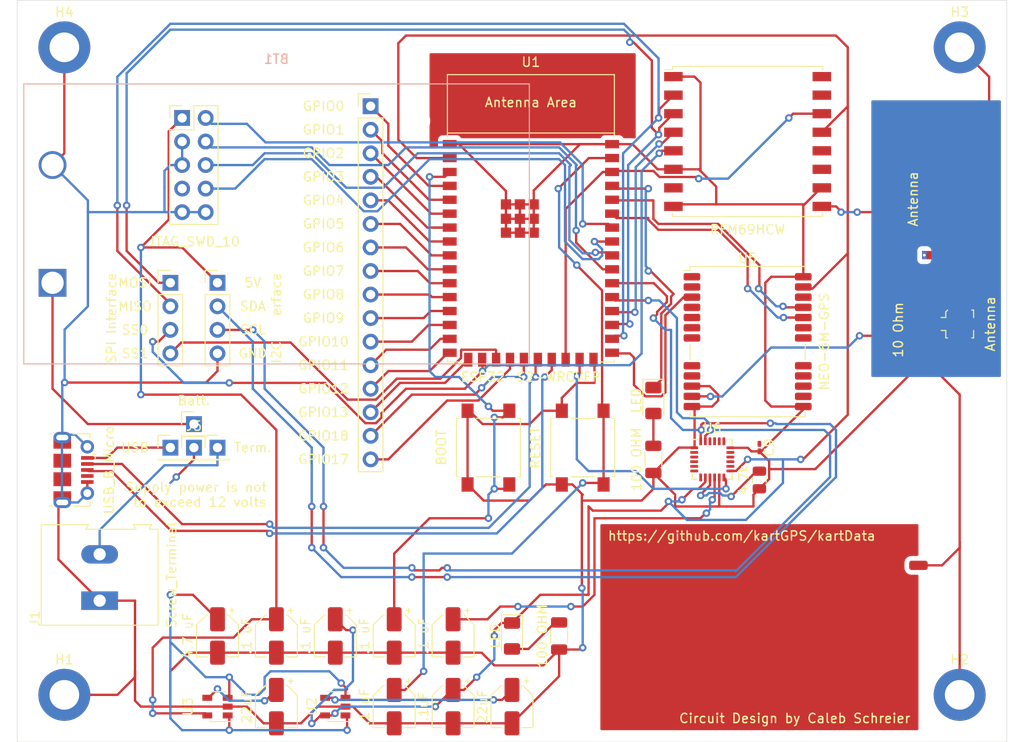
<source format=kicad_pcb>
(kicad_pcb (version 20171130) (host pcbnew "(5.1.9)-1")
  (title_block (title "GPS Puck PCB") (date 2022-07-27) (rev 2) (company "LeTourneau University"))
  (layers (0 F.Cu signal) (31 B.Cu signal) (34 B.Paste user) (35 F.Paste user) (36 B.SilkS user) (37 F.SilkS user) (38 B.Mask user) (39 F.Mask user) (44 Edge.Cuts user))
  (net 0 "")
  (net 1 GND)
  (net 2 /3.3V)
  (net 3 "Net-(AE2-Pad1)")
  (net 4 "Net-(BT1-Pad1)")
  (net 5 /VPP_SEL)
  (net 6 "Net-(C2-Pad1)")
  (net 7 "Net-(C3-Pad1)")
  (net 8 /5V)
  (net 9 /BOOT)
  (net 10 /RST)
  (net 11 /REGOUT)
  (net 12 "Net-(D1-Pad2)")
  (net 13 "Net-(D2-Pad2)")
  (net 14 /GPIO45)
  (net 15 "Net-(J1-Pad2)")
  (net 16 /D+)
  (net 17 "Net-(J2-Pad4)")
  (net 18 /VBUS)
  (net 19 /D-)
  (net 20 /MTDI)
  (net 21 "Net-(J7-Pad7)")
  (net 22 /MTDO)
  (net 23 /MTCK)
  (net 24 /MTMS)
  (net 25 /GPIO17)
  (net 26 /GPIO18)
  (net 27 /GPIO13)
  (net 28 /GPIO12)
  (net 29 /GPIO11)
  (net 30 /GPIO10)
  (net 31 /GPIO9)
  (net 32 /GPIO8)
  (net 33 /GPIO7)
  (net 34 /GPIO6)
  (net 35 /GPIO5)
  (net 36 /GPIO4)
  (net 37 /GPIO3)
  (net 38 /GPIO2)
  (net 39 /GPIO1)
  (net 40 /GPIO0)
  (net 41 /SS1)
  (net 42 /SS0)
  (net 43 /MISO)
  (net 44 /MOSI)
  (net 45 /SCL)
  (net 46 /SDA)
  (net 47 "Net-(R2-Pad1)")
  (net 48 "Net-(R3-Pad1)")
  (net 49 /RFDIO0)
  (net 50 /GPSRX)
  (net 51 /GPSTX)
  (net 52 /SCK)
  (net 53 /IPPS)
  (net 54 /ACCINT)
  (net 55 "Net-(U4-Pad16)")
  (net 56 "Net-(U4-Pad15)")
  (net 57 "Net-(U4-Pad12)")
  (net 58 "Net-(U4-Pad11)")
  (net 59 "Net-(U4-Pad7)")
  (net 60 "Net-(U5-Pad22)")
  (net 61 "Net-(U5-Pad19)")
  (net 62 "Net-(U5-Pad18)")
  (net 63 "Net-(U5-Pad17)")
  (net 64 "Net-(U5-Pad16)")
  (net 65 "Net-(U5-Pad15)")
  (net 66 "Net-(U5-Pad14)")
  (net 67 "Net-(U5-Pad8)")
  (net 68 "Net-(U5-Pad7)")
  (net 69 "Net-(U5-Pad6)")
  (net 70 "Net-(U5-Pad5)")
  (net 71 "Net-(U5-Pad4)")
  (net 72 "Net-(U5-Pad2)")
  (net 73 "Net-(U6-Pad7)")
  (net 74 "Net-(U6-Pad6)")
  (net 75 "Net-(C9-Pad1)")
  (net 76 "Net-(J11-Pad1)")
  (module Connector_Wire:SolderWirePad_1x01_SMD_1x2mm (layer F.Cu) (at 167.005 120.65 90)
    (fp_text reference REF**)
    (fp_text value SolderWirePad_1x01_SMD_1x2mm hide)
    (pad 1 smd roundrect (at 0 0 90) (size 1 2) (layers F.Cu F.Paste F.Mask))
  )
  (module Connector_Coaxial:U.FL_Molex_MCRF_73412-0110_Vertical (layer F.Cu) (at 171.45 94.615 270)
    (fp_text reference J11)
    (fp_text value Antenna (at 0 -3.302 90) (layer F.SilkS))
    (pad 1 smd rect (at 0 1.5 270) (size 1 1) (layers F.Cu F.Paste F.Mask) (net 76 "Net-(J11-Pad1)"))
    (pad 2 smd rect (at 0 -1.5 270) (size 1 1) (layers F.Cu F.Paste F.Mask) (net 1 GND))
    (pad 2 smd rect (at 1.475 0 270) (size 1.05 2.2) (layers F.Cu F.Paste F.Mask) (net 1 GND))
    (pad 2 smd rect (at -1.475 0 270) (size 1.05 2.2) (layers F.Cu F.Paste F.Mask) (net 1 GND))
  )
  (module MountingHole:MountingHole_3.2mm_M3_DIN965_Pad_TopBottom (layer F.Cu) (at 74.93 64.77)
    (fp_text reference H4 (at 0 -3.8) (layer F.SilkS))
    (fp_text value MountingHole_Pad)
    (pad 1 connect circle (at 0 0) (size 5.6 5.6) (layers B.Cu B.Mask) (net 1 GND))
    (pad 1 connect circle (at 0 0) (size 5.6 5.6) (layers F.Cu F.Mask) (net 1 GND))
    (pad 1 thru_hole circle (at 0 0) (size 3.6 3.6) (drill 3.2) (layers *.Cu *.Mask) (net 1 GND))
  )
  (module MountingHole:MountingHole_3.2mm_M3_DIN965_Pad_TopBottom (layer F.Cu) (at 171.45 64.77)
    (fp_text reference H3 (at 0 -3.8) (layer F.SilkS))
    (fp_text value MountingHole_Pad)
    (pad 1 connect circle (at 0 0) (size 5.6 5.6) (layers B.Cu B.Mask) (net 1 GND))
    (pad 1 connect circle (at 0 0) (size 5.6 5.6) (layers F.Cu F.Mask) (net 1 GND))
    (pad 1 thru_hole circle (at 0 0) (size 3.6 3.6) (drill 3.2) (layers *.Cu *.Mask) (net 1 GND))
  )
  (module MountingHole:MountingHole_3.2mm_M3_DIN965_Pad_TopBottom (layer F.Cu) (at 171.45 134.62)
    (fp_text reference H2 (at 0 -3.8) (layer F.SilkS))
    (fp_text value MountingHole_Pad)
    (pad 1 connect circle (at 0 0) (size 5.6 5.6) (layers B.Cu B.Mask) (net 1 GND))
    (pad 1 connect circle (at 0 0) (size 5.6 5.6) (layers F.Cu F.Mask) (net 1 GND))
    (pad 1 thru_hole circle (at 0 0) (size 3.6 3.6) (drill 3.2) (layers *.Cu *.Mask) (net 1 GND))
  )
  (module MountingHole:MountingHole_3.2mm_M3_DIN965_Pad_TopBottom (layer F.Cu) (at 74.93 134.62)
    (fp_text reference H1 (at 0 -3.8) (layer F.SilkS))
    (fp_text value MountingHole_Pad)
    (pad 1 connect circle (at 0 0) (size 5.6 5.6) (layers B.Cu B.Mask) (net 1 GND))
    (pad 1 connect circle (at 0 0) (size 5.6 5.6) (layers F.Cu F.Mask) (net 1 GND))
    (pad 1 thru_hole circle (at 0 0) (size 3.6 3.6) (drill 3.2) (layers *.Cu *.Mask) (net 1 GND))
  )
  (module Sensor_Motion:InvenSense_QFN-24_4x4mm_P0.5mm (layer F.Cu) (at 144.78 109.22)
    (fp_text reference U6 (at 0 -3.375) (layer F.SilkS))
    (fp_text value MPU-6050)
    (pad 24 smd roundrect (at -1.25 -1.95 90) (size 0.85 0.3) (layers F.Cu F.Paste F.Mask) (net 46 /SDA))
    (pad 23 smd roundrect (at -0.75 -1.95 90) (size 0.85 0.3) (layers F.Cu F.Paste F.Mask) (net 45 /SCL))
    (pad 22 smd roundrect (at -0.25 -1.95 90) (size 0.85 0.3) (layers F.Cu F.Paste F.Mask))
    (pad 21 smd roundrect (at 0.25 -1.95 90) (size 0.85 0.3) (layers F.Cu F.Paste F.Mask))
    (pad 20 smd roundrect (at 0.75 -1.95 90) (size 0.85 0.3) (layers F.Cu F.Paste F.Mask) (net 75 "Net-(C9-Pad1)"))
    (pad 19 smd roundrect (at 1.25 -1.95 90) (size 0.85 0.3) (layers F.Cu F.Paste F.Mask))
    (pad 18 smd roundrect (at 1.95 -1.25) (size 0.85 0.3) (layers F.Cu F.Paste F.Mask) (net 1 GND))
    (pad 17 smd roundrect (at 1.95 -0.75) (size 0.85 0.3) (layers F.Cu F.Paste F.Mask))
    (pad 16 smd roundrect (at 1.95 -0.25) (size 0.85 0.3) (layers F.Cu F.Paste F.Mask))
    (pad 15 smd roundrect (at 1.95 0.25) (size 0.85 0.3) (layers F.Cu F.Paste F.Mask))
    (pad 14 smd roundrect (at 1.95 0.75) (size 0.85 0.3) (layers F.Cu F.Paste F.Mask))
    (pad 13 smd roundrect (at 1.95 1.25) (size 0.85 0.3) (layers F.Cu F.Paste F.Mask) (net 2 /3.3V))
    (pad 12 smd roundrect (at 1.25 1.95 90) (size 0.85 0.3) (layers F.Cu F.Paste F.Mask) (net 54 /ACCINT))
    (pad 11 smd roundrect (at 0.75 1.95 90) (size 0.85 0.3) (layers F.Cu F.Paste F.Mask) (net 1 GND))
    (pad 10 smd roundrect (at 0.25 1.95 90) (size 0.85 0.3) (layers F.Cu F.Paste F.Mask) (net 11 /REGOUT))
    (pad 9 smd roundrect (at -0.25 1.95 90) (size 0.85 0.3) (layers F.Cu F.Paste F.Mask) (net 48 "Net-(R3-Pad1)"))
    (pad 8 smd roundrect (at -0.75 1.95 90) (size 0.85 0.3) (layers F.Cu F.Paste F.Mask) (net 2 /3.3V))
    (pad 7 smd roundrect (at -1.25 1.95 90) (size 0.85 0.3) (layers F.Cu F.Paste F.Mask) (net 73 "Net-(U6-Pad7)"))
    (pad 6 smd roundrect (at -1.95 1.25) (size 0.85 0.3) (layers F.Cu F.Paste F.Mask) (net 74 "Net-(U6-Pad6)"))
    (pad 5 smd roundrect (at -1.95 0.75) (size 0.85 0.3) (layers F.Cu F.Paste F.Mask))
    (pad 4 smd roundrect (at -1.95 0.25) (size 0.85 0.3) (layers F.Cu F.Paste F.Mask))
    (pad 3 smd roundrect (at -1.95 -0.25) (size 0.85 0.3) (layers F.Cu F.Paste F.Mask))
    (pad 2 smd roundrect (at -1.95 -0.75) (size 0.85 0.3) (layers F.Cu F.Paste F.Mask))
    (pad 1 smd roundrect (at -1.95 -1.25) (size 0.85 0.3) (layers F.Cu F.Paste F.Mask) (net 1 GND))
  )
  (module RF_GPS:ublox_NEO (layer F.Cu) (at 148.59 96.52)
    (fp_text reference U5 (at 0 -9) (layer F.SilkS))
    (fp_text value NEO-6M-GPS (at 8.255 0 90) (layer F.SilkS))
    (pad 24 smd roundrect (at 6 -7) (size 1.8 0.8) (layers F.Cu F.Paste F.Mask) (net 1 GND))
    (pad 23 smd roundrect (at 6 -5.9) (size 1.8 0.8) (layers F.Cu F.Paste F.Mask) (net 2 /3.3V))
    (pad 22 smd roundrect (at 6 -4.8) (size 1.8 0.8) (layers F.Cu F.Paste F.Mask) (net 60 "Net-(U5-Pad22)"))
    (pad 21 smd roundrect (at 6 -3.7) (size 1.8 0.8) (layers F.Cu F.Paste F.Mask) (net 50 /GPSRX))
    (pad 20 smd roundrect (at 6 -2.6) (size 1.8 0.8) (layers F.Cu F.Paste F.Mask) (net 51 /GPSTX))
    (pad 19 smd roundrect (at 6 -1.5) (size 1.8 0.8) (layers F.Cu F.Paste F.Mask) (net 61 "Net-(U5-Pad19)"))
    (pad 18 smd roundrect (at 6 -0.4) (size 1.8 0.8) (layers F.Cu F.Paste F.Mask) (net 62 "Net-(U5-Pad18)"))
    (pad 17 smd roundrect (at 6 2.6) (size 1.8 0.8) (layers F.Cu F.Paste F.Mask) (net 63 "Net-(U5-Pad17)"))
    (pad 16 smd roundrect (at 6 3.7) (size 1.8 0.8) (layers F.Cu F.Paste F.Mask) (net 64 "Net-(U5-Pad16)"))
    (pad 15 smd roundrect (at 6 4.8) (size 1.8 0.8) (layers F.Cu F.Paste F.Mask) (net 65 "Net-(U5-Pad15)"))
    (pad 14 smd roundrect (at 6 5.9) (size 1.8 0.8) (layers F.Cu F.Paste F.Mask) (net 66 "Net-(U5-Pad14)"))
    (pad 13 smd roundrect (at 6 7) (size 1.8 0.8) (layers F.Cu F.Paste F.Mask) (net 1 GND))
    (pad 12 smd roundrect (at -6 7) (size 1.8 0.8) (layers F.Cu F.Paste F.Mask) (net 1 GND))
    (pad 11 smd roundrect (at -6 5.9) (size 1.8 0.8) (layers F.Cu F.Paste F.Mask) (net 47 "Net-(R2-Pad1)"))
    (pad 10 smd roundrect (at -6 4.8) (size 1.8 0.8) (layers F.Cu F.Paste F.Mask) (net 1 GND))
    (pad 9 smd roundrect (at -6 3.7) (size 1.8 0.8) (layers F.Cu F.Paste F.Mask) (net 67 "Net-(U5-Pad8)"))
    (pad 8 smd roundrect (at -6 2.6) (size 1.8 0.8) (layers F.Cu F.Paste F.Mask) (net 67 "Net-(U5-Pad8)"))
    (pad 7 smd roundrect (at -6 -0.4) (size 1.8 0.8) (layers F.Cu F.Paste F.Mask) (net 68 "Net-(U5-Pad7)"))
    (pad 6 smd roundrect (at -6 -1.5) (size 1.8 0.8) (layers F.Cu F.Paste F.Mask) (net 69 "Net-(U5-Pad6)"))
    (pad 5 smd roundrect (at -6 -2.6) (size 1.8 0.8) (layers F.Cu F.Paste F.Mask) (net 70 "Net-(U5-Pad5)"))
    (pad 4 smd roundrect (at -6 -3.7) (size 1.8 0.8) (layers F.Cu F.Paste F.Mask) (net 71 "Net-(U5-Pad4)"))
    (pad 3 smd roundrect (at -6 -4.8) (size 1.8 0.8) (layers F.Cu F.Paste F.Mask) (net 53 /IPPS))
    (pad 2 smd roundrect (at -6 -5.9) (size 1.8 0.8) (layers F.Cu F.Paste F.Mask) (net 72 "Net-(U5-Pad2)"))
    (pad 1 smd roundrect (at -6 -7) (size 1.8 0.8) (layers F.Cu F.Paste F.Mask))
  )
  (module RF_Module:HOPERF_RFM9XW_SMD (layer F.Cu) (at 148.59 74.93)
    (fp_text reference U4)
    (fp_text value RFM69HCW (at 0 9.5) (layer F.SilkS))
    (pad 16 smd rect (at 8 -7) (size 2 1) (layers F.Cu F.Paste F.Mask) (net 55 "Net-(U4-Pad16)"))
    (pad 15 smd rect (at 8 -5) (size 2 1) (layers F.Cu F.Paste F.Mask) (net 56 "Net-(U4-Pad15)"))
    (pad 14 smd rect (at 8 -3) (size 2 1) (layers F.Cu F.Paste F.Mask) (net 49 /RFDIO0))
    (pad 13 smd rect (at 8 -1) (size 2 1) (layers F.Cu F.Paste F.Mask) (net 2 /3.3V))
    (pad 12 smd rect (at 8 1) (size 2 1) (layers F.Cu F.Paste F.Mask) (net 57 "Net-(U4-Pad12)"))
    (pad 11 smd rect (at 8 3) (size 2 1) (layers F.Cu F.Paste F.Mask) (net 58 "Net-(U4-Pad11)"))
    (pad 10 smd rect (at 8 5) (size 2 1) (layers F.Cu F.Paste F.Mask) (net 1 GND))
    (pad 9 smd rect (at 8 7) (size 2 1) (layers F.Cu F.Paste F.Mask) (net 3 "Net-(AE2-Pad1)"))
    (pad 8 smd rect (at -8 7) (size 2 1) (layers F.Cu F.Paste F.Mask) (net 1 GND))
    (pad 7 smd rect (at -8 5) (size 2 1) (layers F.Cu F.Paste F.Mask) (net 59 "Net-(U4-Pad7)"))
    (pad 6 smd rect (at -8 3) (size 2 1) (layers F.Cu F.Paste F.Mask) (net 1 GND))
    (pad 5 smd rect (at -8 1) (size 2 1) (layers F.Cu F.Paste F.Mask) (net 42 /SS0))
    (pad 4 smd rect (at -8 -1) (size 2 1) (layers F.Cu F.Paste F.Mask) (net 52 /SCK))
    (pad 3 smd rect (at -8 -3) (size 2 1) (layers F.Cu F.Paste F.Mask) (net 44 /MOSI))
    (pad 2 smd rect (at -8 -5) (size 2 1) (layers F.Cu F.Paste F.Mask) (net 43 /MISO))
    (pad 1 smd rect (at -8 -7) (size 2 1) (layers F.Cu F.Paste F.Mask) (net 1 GND))
  )
  (module Package_TO_SOT_SMD:SOT-23-5 (layer F.Cu) (at 91.44 135.89 180)
    (fp_text reference U3 (at 3.175 0 90) (layer F.SilkS))
    (fp_text value MIC5219-5.0YM5)
    (pad 5 smd rect (at 1.1 -0.95 180) (size 1.06 0.65) (layers F.Cu F.Paste F.Mask) (net 8 /5V))
    (pad 4 smd rect (at 1.1 0.95 180) (size 1.06 0.65) (layers F.Cu F.Paste F.Mask) (net 7 "Net-(C3-Pad1)"))
    (pad 3 smd rect (at -1.1 0.95 180) (size 1.06 0.65) (layers F.Cu F.Paste F.Mask) (net 5 /VPP_SEL))
    (pad 2 smd rect (at -1.1 0 180) (size 1.06 0.65) (layers F.Cu F.Paste F.Mask) (net 1 GND))
    (pad 1 smd rect (at -1.1 -0.95 180) (size 1.06 0.65) (layers F.Cu F.Paste F.Mask) (net 5 /VPP_SEL))
  )
  (module Package_TO_SOT_SMD:SOT-23-5 (layer F.Cu) (at 104.14 135.89 180)
    (fp_text reference U2 (at 2.54 0 90) (layer F.SilkS))
    (fp_text value MIC5219-3.3YM5)
    (pad 5 smd rect (at 1.1 -0.95 180) (size 1.06 0.65) (layers F.Cu F.Paste F.Mask) (net 2 /3.3V))
    (pad 4 smd rect (at 1.1 0.95 180) (size 1.06 0.65) (layers F.Cu F.Paste F.Mask) (net 6 "Net-(C2-Pad1)"))
    (pad 3 smd rect (at -1.1 0.95 180) (size 1.06 0.65) (layers F.Cu F.Paste F.Mask) (net 5 /VPP_SEL))
    (pad 2 smd rect (at -1.1 0 180) (size 1.06 0.65) (layers F.Cu F.Paste F.Mask) (net 1 GND))
    (pad 1 smd rect (at -1.1 -0.95 180) (size 1.06 0.65) (layers F.Cu F.Paste F.Mask) (net 5 /VPP_SEL))
  )
  (module Espressif:ESP32-S2-WROVER (layer F.Cu) (at 125.225 86.365)
    (fp_text reference U1 (at 0 -20) (layer F.SilkS))
    (fp_text value ESP32-S2-WROVER (at 0 13.97) (layer F.SilkS))
    (fp_text user "Antenna Area" (at 0 -15.65) (layer F.SilkS))
    (pad 43 smd rect (at -2.69 -4.65 180) (size 1.1 1.1) (layers F.Cu F.Paste F.Mask) (net 1 GND))
    (pad 43 smd rect (at -2.69 -3.1 180) (size 1.1 1.1) (layers F.Cu F.Paste F.Mask) (net 1 GND))
    (pad 43 smd rect (at -2.69 -1.6 180) (size 1.1 1.1) (layers F.Cu F.Paste F.Mask) (net 1 GND))
    (pad 43 smd rect (at -1.19 -1.6 180) (size 1.1 1.1) (layers F.Cu F.Paste F.Mask) (net 1 GND))
    (pad 43 smd rect (at 0.31 -1.6 180) (size 1.1 1.1) (layers F.Cu F.Paste F.Mask) (net 1 GND))
    (pad 43 smd rect (at 0.31 -3.1 180) (size 1.1 1.1) (layers F.Cu F.Paste F.Mask) (net 1 GND))
    (pad 43 smd rect (at 0.31 -4.65 180) (size 1.1 1.1) (layers F.Cu F.Paste F.Mask) (net 1 GND))
    (pad 43 smd rect (at -1.19 -4.65 180) (size 1.1 1.1) (layers F.Cu F.Paste F.Mask) (net 1 GND))
    (pad 43 smd rect (at -1.19 -3.1 180) (size 1.1 1.1) (layers F.Cu F.Paste F.Mask) (net 1 GND))
    (pad 42 smd rect (at 8.75 -11.15 180) (size 1.5 0.9) (layers F.Cu F.Paste F.Mask) (net 1 GND))
    (pad 41 smd rect (at 8.75 -9.65 180) (size 1.5 0.9) (layers F.Cu F.Paste F.Mask) (net 10 /RST))
    (pad 40 smd rect (at 8.75 -8.15 180) (size 1.5 0.9) (layers F.Cu F.Paste F.Mask) (net 49 /RFDIO0))
    (pad 39 smd rect (at 8.75 -6.65 180) (size 1.5 0.9) (layers F.Cu F.Paste F.Mask) (net 14 /GPIO45))
    (pad 38 smd rect (at 8.75 -5.15 180) (size 1.5 0.9) (layers F.Cu F.Paste F.Mask) (net 50 /GPSRX))
    (pad 37 smd rect (at 8.75 -3.65 180) (size 1.5 0.9) (layers F.Cu F.Paste F.Mask) (net 51 /GPSTX))
    (pad 36 smd rect (at 8.75 -2.15 180) (size 1.5 0.9) (layers F.Cu F.Paste F.Mask) (net 24 /MTMS))
    (pad 35 smd rect (at 8.75 -0.65 180) (size 1.5 0.9) (layers F.Cu F.Paste F.Mask) (net 20 /MTDI))
    (pad 34 smd rect (at 8.75 0.85 180) (size 1.5 0.9) (layers F.Cu F.Paste F.Mask) (net 22 /MTDO))
    (pad 33 smd rect (at 8.75 2.35 180) (size 1.5 0.9) (layers F.Cu F.Paste F.Mask) (net 23 /MTCK))
    (pad 32 smd rect (at 8.75 3.85 180) (size 1.5 0.9) (layers F.Cu F.Paste F.Mask) (net 46 /SDA))
    (pad 31 smd rect (at 8.75 5.35 180) (size 1.5 0.9) (layers F.Cu F.Paste F.Mask) (net 45 /SCL))
    (pad 30 smd rect (at 8.75 6.85 180) (size 1.5 0.9) (layers F.Cu F.Paste F.Mask) (net 52 /SCK))
    (pad 29 smd rect (at 8.75 8.35 180) (size 1.5 0.9) (layers F.Cu F.Paste F.Mask) (net 44 /MOSI))
    (pad 28 smd rect (at 8.75 9.85 180) (size 1.5 0.9) (layers F.Cu F.Paste F.Mask) (net 43 /MISO))
    (pad 27 smd rect (at 8.75 11.35 180) (size 1.5 0.9) (layers F.Cu F.Paste F.Mask) (net 53 /IPPS))
    (pad 26 smd rect (at 6.75 12.1 90) (size 1.5 0.9) (layers F.Cu F.Paste F.Mask) (net 1 GND))
    (pad 25 smd rect (at 5.25 12.1 90) (size 1.5 0.9) (layers F.Cu F.Paste F.Mask) (net 54 /ACCINT))
    (pad 24 smd rect (at 3.75 12.1 90) (size 1.5 0.9) (layers F.Cu F.Paste F.Mask) (net 49 /RFDIO0))
    (pad 23 smd rect (at 2.25 12.1 90) (size 1.5 0.9) (layers F.Cu F.Paste F.Mask) (net 16 /D+))
    (pad 22 smd rect (at 0.75 12.1 90) (size 1.5 0.9) (layers F.Cu F.Paste F.Mask) (net 19 /D-))
    (pad 21 smd rect (at -0.75 12.1 90) (size 1.5 0.9) (layers F.Cu F.Paste F.Mask) (net 26 /GPIO18))
    (pad 20 smd rect (at -2.25 12.1 90) (size 1.5 0.9) (layers F.Cu F.Paste F.Mask) (net 25 /GPIO17))
    (pad 19 smd rect (at -3.75 12.1 90) (size 1.5 0.9) (layers F.Cu F.Paste F.Mask) (net 41 /SS1))
    (pad 18 smd rect (at -5.25 12.1 90) (size 1.5 0.9) (layers F.Cu F.Paste F.Mask) (net 42 /SS0))
    (pad 17 smd rect (at -6.75 12.1 90) (size 1.5 0.9) (layers F.Cu F.Paste F.Mask) (net 27 /GPIO13))
    (pad 1 smd rect (at -8.75 -11.15) (size 1.5 0.9) (layers F.Cu F.Paste F.Mask) (net 1 GND))
    (pad 2 smd rect (at -8.75 -9.65) (size 1.5 0.9) (layers F.Cu F.Paste F.Mask) (net 2 /3.3V))
    (pad 3 smd rect (at -8.75 -8.15) (size 1.5 0.9) (layers F.Cu F.Paste F.Mask) (net 9 /BOOT))
    (pad 4 smd rect (at -8.75 -6.65) (size 1.5 0.9) (layers F.Cu F.Paste F.Mask) (net 40 /GPIO0))
    (pad 5 smd rect (at -8.75 -5.15) (size 1.5 0.9) (layers F.Cu F.Paste F.Mask) (net 39 /GPIO1))
    (pad 6 smd rect (at -8.75 -3.65) (size 1.5 0.9) (layers F.Cu F.Paste F.Mask) (net 38 /GPIO2))
    (pad 7 smd rect (at -8.75 -2.15) (size 1.5 0.9) (layers F.Cu F.Paste F.Mask) (net 37 /GPIO3))
    (pad 8 smd rect (at -8.75 -0.65) (size 1.5 0.9) (layers F.Cu F.Paste F.Mask) (net 36 /GPIO4))
    (pad 9 smd rect (at -8.75 0.85) (size 1.5 0.9) (layers F.Cu F.Paste F.Mask) (net 35 /GPIO5))
    (pad 10 smd rect (at -8.75 2.35) (size 1.5 0.9) (layers F.Cu F.Paste F.Mask) (net 34 /GPIO6))
    (pad 11 smd rect (at -8.75 3.85) (size 1.5 0.9) (layers F.Cu F.Paste F.Mask) (net 33 /GPIO7))
    (pad 12 smd rect (at -8.75 5.35) (size 1.5 0.9) (layers F.Cu F.Paste F.Mask) (net 32 /GPIO8))
    (pad 13 smd rect (at -8.75 6.85) (size 1.5 0.9) (layers F.Cu F.Paste F.Mask) (net 31 /GPIO9))
    (pad 14 smd rect (at -8.75 8.35) (size 1.5 0.9) (layers F.Cu F.Paste F.Mask) (net 30 /GPIO10))
    (pad 15 smd rect (at -8.75 9.85) (size 1.5 0.9) (layers F.Cu F.Paste F.Mask) (net 29 /GPIO11))
    (pad 16 smd rect (at -8.75 11.35) (size 1.5 0.9) (layers F.Cu F.Paste F.Mask) (net 28 /GPIO12))
  )
  (module Button_Switch_SMD:SW_SPST_B3S-1000 (layer F.Cu) (at 130.81 107.95 90)
    (fp_text reference SW2)
    (fp_text value SW_Push)
    (pad 2 smd rect (at 3.975 2.25 90) (size 1.55 1.3) (layers F.Cu F.Paste F.Mask) (net 10 /RST))
    (pad 2 smd rect (at -3.975 2.25 90) (size 1.55 1.3) (layers F.Cu F.Paste F.Mask) (net 10 /RST))
    (pad 1 smd rect (at 3.975 -2.25 90) (size 1.55 1.3) (layers F.Cu F.Paste F.Mask) (net 1 GND))
    (pad 1 smd rect (at -3.975 -2.25 90) (size 1.55 1.3) (layers F.Cu F.Paste F.Mask) (net 1 GND))
  )
  (module Button_Switch_SMD:SW_SPST_B3S-1000 (layer F.Cu) (at 120.65 107.95 90)
    (fp_text reference SW1)
    (fp_text value SW_Push)
    (pad 2 smd rect (at 3.975 2.25 90) (size 1.55 1.3) (layers F.Cu F.Paste F.Mask) (net 9 /BOOT))
    (pad 2 smd rect (at -3.975 2.25 90) (size 1.55 1.3) (layers F.Cu F.Paste F.Mask) (net 9 /BOOT))
    (pad 1 smd rect (at 3.975 -2.25 90) (size 1.55 1.3) (layers F.Cu F.Paste F.Mask) (net 1 GND))
    (pad 1 smd rect (at -3.975 -2.25 90) (size 1.55 1.3) (layers F.Cu F.Paste F.Mask) (net 1 GND))
  )
  (module Resistor_SMD:R_1206_3216Metric (layer F.Cu) (at 138.43 109.22 270)
    (fp_text reference R4)
    (fp_text value "100 OHM" (at 0 1.82 90) (layer F.SilkS))
    (pad 2 smd roundrect (at 1.4625 0 270) (size 1.125 1.75) (layers F.Cu F.Paste F.Mask) (roundrect_rratio 0.2222195555555556) (net 1 GND))
    (pad 1 smd roundrect (at -1.4625 0 270) (size 1.125 1.75) (layers F.Cu F.Paste F.Mask) (roundrect_rratio 0.2222195555555556) (net 13 "Net-(D2-Pad2)"))
  )
  (module Capacitor_SMD:C_0805_2012Metric (layer F.Cu) (at 149.86 111.44 270)
    (fp_text reference R3)
    (fp_text value 4.7k (at 0 1.68 90) (layer F.SilkS))
    (pad 2 smd roundrect (at 0.95 0 270) (size 1 1.45) (layers F.Cu F.Paste F.Mask) (net 1 GND))
    (pad 1 smd roundrect (at -0.95 0 270) (size 1 1.45) (layers F.Cu F.Paste F.Mask) (net 48 "Net-(R3-Pad1)"))
  )
  (module Resistor_SMD:R_01005_0402Metric (layer F.Cu) (at 163.83 95.25 90)
    (fp_text reference R2)
    (fp_text value "10 Ohm" (at 0 1 90) (layer F.SilkS))
    (pad 1 smd roundrect (at -0.25 0 90) (size 0.4 0.3) (layers F.Cu F.Mask) (net 47 "Net-(R2-Pad1)"))
    (pad 2 smd roundrect (at 0.25 0 90) (size 0.4 0.3) (layers F.Cu F.Mask) (net 76 "Net-(J11-Pad1)"))
  )
  (module Resistor_SMD:R_1206_3216Metric (layer F.Cu) (at 128.27 128.27 270)
    (fp_text reference R1)
    (fp_text value "100 OHM" (at 0 1.82 90) (layer F.SilkS))
    (pad 1 smd roundrect (at -1.4625 0 270) (size 1.125 1.75) (layers F.Cu F.Paste F.Mask) (roundrect_rratio 0.2222195555555556) (net 12 "Net-(D1-Pad2)"))
    (pad 2 smd roundrect (at 1.4625 0 270) (size 1.125 1.75) (layers F.Cu F.Paste F.Mask) (roundrect_rratio 0.2222195555555556) (net 1 GND))
  )
  (module Connector_PinHeader_2.54mm:PinHeader_1x04_P2.54mm_Vertical (layer F.Cu) (at 91.44 90.17)
    (fp_text reference J10)
    (fp_text value "I2C Interface" (at 6.35 3.81 90) (layer F.SilkS))
    (pad 1 thru_hole rect (at 0 0) (size 1.7 1.7) (drill 1) (layers *.Cu *.Mask) (net 8 /5V))
    (pad 2 thru_hole oval (at 0 2.54) (size 1.7 1.7) (drill 1) (layers *.Cu *.Mask) (net 46 /SDA))
    (pad 3 thru_hole oval (at 0 5.08) (size 1.7 1.7) (drill 1) (layers *.Cu *.Mask) (net 45 /SCL))
    (pad 4 thru_hole oval (at 0 7.62) (size 1.7 1.7) (drill 1) (layers *.Cu *.Mask) (net 1 GND))
  )
  (module Connector_PinHeader_2.54mm:PinHeader_1x04_P2.54mm_Vertical (layer F.Cu) (at 86.36 90.17)
    (fp_text reference J9)
    (fp_text value "SPI Interface" (at -6.35 3.81 90) (layer F.SilkS))
    (pad 4 thru_hole oval (at 0 7.62) (size 1.7 1.7) (drill 1) (layers *.Cu *.Mask) (net 41 /SS1))
    (pad 3 thru_hole oval (at 0 5.08) (size 1.7 1.7) (drill 1) (layers *.Cu *.Mask) (net 42 /SS0))
    (pad 2 thru_hole oval (at 0 2.54) (size 1.7 1.7) (drill 1) (layers *.Cu *.Mask) (net 43 /MISO))
    (pad 1 thru_hole rect (at 0 0) (size 1.7 1.7) (drill 1) (layers *.Cu *.Mask) (net 44 /MOSI))
  )
  (module Connector_PinHeader_2.54mm:PinHeader_1x16_P2.54mm_Vertical (layer F.Cu) (at 107.95 71.12)
    (fp_text reference J8)
    (fp_text value Conn_01x16_Female hide)
    (pad 16 thru_hole oval (at 0 38.1) (size 1.7 1.7) (drill 1) (layers *.Cu *.Mask) (net 25 /GPIO17))
    (pad 15 thru_hole oval (at 0 35.56) (size 1.7 1.7) (drill 1) (layers *.Cu *.Mask) (net 26 /GPIO18))
    (pad 14 thru_hole oval (at 0 33.02) (size 1.7 1.7) (drill 1) (layers *.Cu *.Mask) (net 27 /GPIO13))
    (pad 13 thru_hole oval (at 0 30.48) (size 1.7 1.7) (drill 1) (layers *.Cu *.Mask) (net 28 /GPIO12))
    (pad 12 thru_hole oval (at 0 27.94) (size 1.7 1.7) (drill 1) (layers *.Cu *.Mask) (net 29 /GPIO11))
    (pad 11 thru_hole oval (at 0 25.4) (size 1.7 1.7) (drill 1) (layers *.Cu *.Mask) (net 30 /GPIO10))
    (pad 10 thru_hole oval (at 0 22.86) (size 1.7 1.7) (drill 1) (layers *.Cu *.Mask) (net 31 /GPIO9))
    (pad 9 thru_hole oval (at 0 20.32) (size 1.7 1.7) (drill 1) (layers *.Cu *.Mask) (net 32 /GPIO8))
    (pad 8 thru_hole oval (at 0 17.78) (size 1.7 1.7) (drill 1) (layers *.Cu *.Mask) (net 33 /GPIO7))
    (pad 7 thru_hole oval (at 0 15.24) (size 1.7 1.7) (drill 1) (layers *.Cu *.Mask) (net 34 /GPIO6))
    (pad 6 thru_hole oval (at 0 12.7) (size 1.7 1.7) (drill 1) (layers *.Cu *.Mask) (net 35 /GPIO5))
    (pad 5 thru_hole oval (at 0 10.16) (size 1.7 1.7) (drill 1) (layers *.Cu *.Mask) (net 36 /GPIO4))
    (pad 4 thru_hole oval (at 0 7.62) (size 1.7 1.7) (drill 1) (layers *.Cu *.Mask) (net 37 /GPIO3))
    (pad 3 thru_hole oval (at 0 5.08) (size 1.7 1.7) (drill 1) (layers *.Cu *.Mask) (net 38 /GPIO2))
    (pad 2 thru_hole oval (at 0 2.54) (size 1.7 1.7) (drill 1) (layers *.Cu *.Mask) (net 39 /GPIO1))
    (pad 1 thru_hole rect (at 0 0) (size 1.7 1.7) (drill 1) (layers *.Cu *.Mask) (net 40 /GPIO0))
  )
  (module Connector_PinHeader_2.54mm:PinHeader_2x05_P2.54mm_Vertical (layer F.Cu) (at 87.63 72.39)
    (fp_text reference J7)
    (fp_text value JTAG_SWD_10 (at 1.27 13.335) (layer F.SilkS))
    (pad 10 thru_hole oval (at 2.54 10.16) (size 1.7 1.7) (drill 1) (layers *.Cu *.Mask) (net 1 GND))
    (pad 9 thru_hole oval (at 0 10.16) (size 1.7 1.7) (drill 1) (layers *.Cu *.Mask) (net 1 GND))
    (pad 8 thru_hole oval (at 2.54 7.62) (size 1.7 1.7) (drill 1) (layers *.Cu *.Mask) (net 20 /MTDI))
    (pad 7 thru_hole oval (at 0 7.62) (size 1.7 1.7) (drill 1) (layers *.Cu *.Mask) (net 21 "Net-(J7-Pad7)"))
    (pad 6 thru_hole oval (at 2.54 5.08) (size 1.7 1.7) (drill 1) (layers *.Cu *.Mask) (net 22 /MTDO))
    (pad 5 thru_hole oval (at 0 5.08) (size 1.7 1.7) (drill 1) (layers *.Cu *.Mask) (net 1 GND))
    (pad 4 thru_hole oval (at 2.54 2.54) (size 1.7 1.7) (drill 1) (layers *.Cu *.Mask) (net 23 /MTCK))
    (pad 3 thru_hole oval (at 0 2.54) (size 1.7 1.7) (drill 1) (layers *.Cu *.Mask) (net 1 GND))
    (pad 2 thru_hole oval (at 2.54 0) (size 1.7 1.7) (drill 1) (layers *.Cu *.Mask) (net 24 /MTMS))
    (pad 1 thru_hole rect (at 0 0) (size 1.7 1.7) (drill 1) (layers *.Cu *.Mask) (net 8 /5V))
  )
  (module Connector_PinHeader_2.54mm:PinHeader_1x01_P2.54mm_Vertical (layer F.Cu) (at 88.9 105.41)
    (fp_text reference J6)
    (fp_text value Conn_01x01_Male)
    (pad 1 thru_hole rect (at 0 0) (size 1.7 1.7) (drill 1) (layers *.Cu *.Mask) (net 4 "Net-(BT1-Pad1)"))
  )
  (module Connector_PinHeader_2.54mm:PinHeader_1x01_P2.54mm_Vertical (layer F.Cu) (at 88.9 107.95)
    (fp_text reference J5 (at 0 -2.33) (layer F.SilkS))
    (fp_text value Conn_01x01_Male)
    (pad 1 thru_hole rect (at 0 0) (size 1.7 1.7) (drill 1) (layers *.Cu *.Mask) (net 5 /VPP_SEL))
  )
  (module Connector_PinHeader_2.54mm:PinHeader_1x01_P2.54mm_Vertical (layer F.Cu) (at 86.36 107.95)
    (fp_text reference J4)
    (fp_text value Conn_01x01_Male)
    (pad 1 thru_hole rect (at 0 0) (size 1.7 1.7) (drill 1) (layers *.Cu *.Mask) (net 18 /VBUS))
  )
  (module Connector_PinHeader_2.54mm:PinHeader_1x01_P2.54mm_Vertical (layer F.Cu) (at 91.44 107.95)
    (fp_text reference J3)
    (fp_text value Conn_01x01)
    (pad 1 thru_hole rect (at 0 0) (size 1.7 1.7) (drill 1) (layers *.Cu *.Mask) (net 15 "Net-(J1-Pad2)"))
  )
  (module Connector_USB:USB_Micro-B_Molex-105017-0001 (layer F.Cu) (at 75.946 110.363 270)
    (fp_text reference J2)
    (fp_text value USB_B_Micro (at 0 -3.81 90) (layer F.SilkS))
    (pad 6 smd rect (at -2.9 1.2375 270) (size 1.2 1.9) (layers F.Cu F.Mask) (net 1 GND))
    (pad 6 smd rect (at 2.9 1.2375 270) (size 1.2 1.9) (layers F.Cu F.Mask) (net 1 GND))
    (pad 6 thru_hole oval (at 3.5 1.2375 270) (size 1.2 1.9) (drill oval 0.6 1.3) (layers *.Cu *.Mask) (net 1 GND))
    (pad 6 thru_hole oval (at -3.5 1.2375 90) (size 1.2 1.9) (drill oval 0.6 1.3) (layers *.Cu *.Mask) (net 1 GND))
    (pad 6 smd rect (at -1 1.2375 270) (size 1.5 1.9) (layers F.Cu F.Paste F.Mask) (net 1 GND))
    (pad 6 thru_hole circle (at 2.5 -1.4625 270) (size 1.45 1.45) (drill 0.85) (layers *.Cu *.Mask) (net 1 GND))
    (pad 3 smd rect (at 0 -1.4625 270) (size 0.4 1.35) (layers F.Cu F.Paste F.Mask) (net 16 /D+))
    (pad 4 smd rect (at 0.65 -1.4625 270) (size 0.4 1.35) (layers F.Cu F.Paste F.Mask) (net 17 "Net-(J2-Pad4)"))
    (pad 5 smd rect (at 1.3 -1.4625 270) (size 0.4 1.35) (layers F.Cu F.Paste F.Mask) (net 1 GND))
    (pad 1 smd rect (at -1.3 -1.4625 270) (size 0.4 1.35) (layers F.Cu F.Paste F.Mask) (net 18 /VBUS))
    (pad 2 smd rect (at -0.65 -1.4625 270) (size 0.4 1.35) (layers F.Cu F.Paste F.Mask) (net 19 /D-))
    (pad 6 thru_hole circle (at -2.5 -1.4625 270) (size 1.45 1.45) (drill 0.85) (layers *.Cu *.Mask) (net 1 GND))
    (pad 6 smd rect (at 1 1.2375 270) (size 1.5 1.9) (layers F.Cu F.Paste F.Mask) (net 1 GND))
  )
  (module TerminalBlock:TerminalBlock_Altech_AK300-2_P5.00mm (layer F.Cu) (at 78.74 124.46 90)
    (fp_text reference J1 (at -1.92 -6.99 90) (layer F.SilkS))
    (fp_text value Screw_Terminal (at 2.78 7.75 90) (layer F.SilkS))
    (pad 2 thru_hole oval (at 5 0 90) (size 1.98 3.96) (drill 1.32) (layers *.Cu *.Mask) (net 15 "Net-(J1-Pad2)"))
    (pad 1 thru_hole rect (at 0 0 90) (size 1.98 3.96) (drill 1.32) (layers *.Cu *.Mask) (net 1 GND))
  )
  (module LED_SMD:LED_1206_3216Metric (layer F.Cu) (at 138.43 102.87 270)
    (fp_text reference D2)
    (fp_text value LED (at 0 1.82 90) (layer F.SilkS))
    (pad 2 smd roundrect (at 1.4 0 270) (size 1.25 1.75) (layers F.Cu F.Paste F.Mask) (roundrect_rratio 0.2) (net 13 "Net-(D2-Pad2)"))
    (pad 1 smd roundrect (at -1.4 0 270) (size 1.25 1.75) (layers F.Cu F.Paste F.Mask) (roundrect_rratio 0.2) (net 14 /GPIO45))
  )
  (module LED_SMD:LED_1206_3216Metric (layer F.Cu) (at 123.19 128.27 270)
    (fp_text reference D1)
    (fp_text value LED (at 0 1.82 90) (layer F.SilkS))
    (pad 1 smd roundrect (at -1.4 0 270) (size 1.25 1.75) (layers F.Cu F.Paste F.Mask) (roundrect_rratio 0.2) (net 2 /3.3V))
    (pad 2 smd roundrect (at 1.4 0 270) (size 1.25 1.75) (layers F.Cu F.Paste F.Mask) (roundrect_rratio 0.2) (net 12 "Net-(D1-Pad2)"))
  )
  (module Capacitor_SMD:CP_Elec_4x3 (layer F.Cu) (at 116.84 128.27 270)
    (fp_text reference C8)
    (fp_text value ".1 uF" (at 0 3.175 90) (layer F.SilkS))
    (pad 1 smd roundrect (at -1.8 0 270) (size 2.6 1.6) (layers F.Cu F.Paste F.Mask) (roundrect_rratio 0.15625) (net 11 /REGOUT))
    (pad 2 smd roundrect (at 1.8 0 270) (size 2.6 1.6) (layers F.Cu F.Paste F.Mask) (roundrect_rratio 0.15625) (net 1 GND))
  )
  (module Capacitor_SMD:CP_Elec_4x3 (layer F.Cu) (at 110.49 135.89 270)
    (fp_text reference C7)
    (fp_text value ".1 uF" (at 0 3.2 90) (layer F.SilkS))
    (pad 2 smd roundrect (at 1.8 0 270) (size 2.6 1.6) (layers F.Cu F.Paste F.Mask) (roundrect_rratio 0.15625) (net 1 GND))
    (pad 1 smd roundrect (at -1.8 0 270) (size 2.6 1.6) (layers F.Cu F.Paste F.Mask) (roundrect_rratio 0.15625) (net 10 /RST))
  )
  (module Capacitor_SMD:CP_Elec_4x3 (layer F.Cu) (at 110.49 128.27 270)
    (fp_text reference C6)
    (fp_text value ".1 uF" (at 0 3.2 90) (layer F.SilkS))
    (pad 2 smd roundrect (at 1.8 0 270) (size 2.6 1.6) (layers F.Cu F.Paste F.Mask) (roundrect_rratio 0.15625) (net 1 GND))
    (pad 1 smd roundrect (at -1.8 0 270) (size 2.6 1.6) (layers F.Cu F.Paste F.Mask) (roundrect_rratio 0.15625) (net 9 /BOOT))
  )
  (module Capacitor_SMD:CP_Elec_4x3 (layer F.Cu) (at 97.79 128.27 270)
    (fp_text reference C5)
    (fp_text value ".1 uF" (at 0 3.2 90) (layer F.SilkS))
    (pad 2 smd roundrect (at 1.8 0 270) (size 2.6 1.6) (layers F.Cu F.Paste F.Mask) (roundrect_rratio 0.15625) (net 1 GND))
    (pad 1 smd roundrect (at -1.8 0 270) (size 2.6 1.6) (layers F.Cu F.Paste F.Mask) (roundrect_rratio 0.15625) (net 8 /5V))
  )
  (module Capacitor_SMD:CP_Elec_4x3 (layer F.Cu) (at 104.14 128.27 270)
    (fp_text reference C4)
    (fp_text value ".1 uF" (at 0 3.2 90) (layer F.SilkS))
    (pad 2 smd roundrect (at 1.8 0 270) (size 2.6 1.6) (layers F.Cu F.Paste F.Mask) (roundrect_rratio 0.15625) (net 1 GND))
    (pad 1 smd roundrect (at -1.8 0 270) (size 2.6 1.6) (layers F.Cu F.Paste F.Mask) (roundrect_rratio 0.15625) (net 2 /3.3V))
  )
  (module Capacitor_SMD:CP_Elec_4x3 (layer F.Cu) (at 97.79 135.89 270)
    (fp_text reference C3)
    (fp_text value 22uF (at 0 3.2 90) (layer F.SilkS))
    (pad 2 smd roundrect (at 1.8 0 270) (size 2.6 1.6) (layers F.Cu F.Paste F.Mask) (roundrect_rratio 0.15625) (net 1 GND))
    (pad 1 smd roundrect (at -1.8 0 270) (size 2.6 1.6) (layers F.Cu F.Paste F.Mask) (roundrect_rratio 0.15625) (net 7 "Net-(C3-Pad1)"))
  )
  (module Capacitor_SMD:CP_Elec_4x3 (layer F.Cu) (at 123.19 135.89 270)
    (fp_text reference C2)
    (fp_text value 22uF (at 0 3.175 90) (layer F.SilkS))
    (pad 1 smd roundrect (at -1.8 0 270) (size 2.6 1.6) (layers F.Cu F.Paste F.Mask) (roundrect_rratio 0.15625) (net 6 "Net-(C2-Pad1)"))
    (pad 2 smd roundrect (at 1.8 0 270) (size 2.6 1.6) (layers F.Cu F.Paste F.Mask) (roundrect_rratio 0.15625) (net 1 GND))
  )
  (module Capacitor_SMD:CP_Elec_4x3 (layer F.Cu) (at 91.44 128.27 270)
    (fp_text reference C1)
    (fp_text value "4.7 uF" (at 0 3.2 90) (layer F.SilkS))
    (pad 2 smd roundrect (at 1.8 0 270) (size 2.6 1.6) (layers F.Cu F.Paste F.Mask) (roundrect_rratio 0.15625) (net 1 GND))
    (pad 1 smd roundrect (at -1.8 0 270) (size 2.6 1.6) (layers F.Cu F.Paste F.Mask) (roundrect_rratio 0.15625) (net 5 /VPP_SEL))
  )
  (module Battery:BatteryHolder_Eagle_12BH611-GR (layer B.Cu) (at 73.66 90.17 180)
    (fp_text reference BT1 (at -24.13 24.13 180) (layer B.SilkS) (effects (justify mirror)))
    (fp_text value Battery)
    (pad 2 thru_hole circle (at 0 12.7 180) (size 3 3) (drill 2.4) (layers *.Cu *.Mask) (net 1 GND))
    (pad 1 thru_hole rect (at 0 0 180) (size 3 3) (drill 2.4) (layers *.Cu *.Mask) (net 4 "Net-(BT1-Pad1)"))
    (pad "" np_thru_hole circle (at -10.9 17.45 180) (size 2.6 2.6) (drill 2.6) (layers *.Cu *.Mask))
    (pad "" np_thru_hole circle (at -38.9 17.45 180) (size 2.6 2.6) (drill 2.6) (layers *.Cu *.Mask))
    (pad "" np_thru_hole circle (at -24.15 -4.75 180) (size 2.6 2.6) (drill 2.6) (layers *.Cu *.Mask))
  )
  (module RF_Antenna:Texas_SWRA117D_2.4GHz_Left (layer F.Cu) (at 167.64 85.09 270)
    (fp_text reference AE2)
    (fp_text value Antenna (at -3.95 1.21 90) (layer F.SilkS))
    (fp_poly (pts (xy -2.45 -2.51) (xy -4.45 -2.51) (xy -4.45 -5.15) (xy -7.15 -5.15) (xy -7.15 -2.51) (xy -9.15 -2.51) (xy -9.15 -5.15) (xy -11.85 -5.15) (xy -11.85 -0.71) (xy -11.35 -0.71) (xy -11.35 -4.65) (xy -9.65 -4.65) (xy -9.65 -2.01) (xy -6.65 -2.01) (xy -6.65 -4.65) (xy -4.95 -4.65) (xy -4.95 -2.01) (xy -1.95 -2.01) (xy -1.95 -4.65) (xy -0.25 -4.65) (xy -0.25 0.25) (xy 0.25 0.25) (xy 0.25 -4.65) (xy 1.65 -4.65) (xy 1.65 0.25) (xy 2.55 0.25) (xy 2.55 0.006785) (xy 2.247583 0.006785) (xy 2.237742 0.054395) (xy 2.213674 0.096797) (xy 2.175731 0.129581) (xy 2.167819 0.133935) (xy 2.125156 0.146043) (xy 2.076637 0.1453) (xy 2.031122 0.1324) (xy 2.012511 0.121787) (xy 1.978868 0.086553) (xy 1.958309 0.041368) (xy 1.951778 -0.008158) (xy 1.960218 -0.056417) (xy 1.977112 -0.088643) (xy 2.012372 -0.121313) (xy 2.057682 -0.141408) (xy 2.107267 -0.147982) (xy 2.155353 -0.140092) (xy 2.188245 -0.123186) (xy 2.223185 -0.086416) (xy 2.242847 -0.041622) (xy 2.247583 0.006785) (xy 2.55 0.006785) (xy 2.55 -5.15) (xy -2.45 -5.15) (xy -2.45 -2.51)) (layer F.Cu) (width 0))
    (pad 2 thru_hole rect (at 2.1 0 270) (size 0.9 0.5) (drill 0.3) (layers *.Cu))
    (pad 1 connect rect (at 0 0 270) (size 0.5 0.5) (layers F.Cu) (net 3 "Net-(AE2-Pad1)"))
  )
  (module Capacitor_SMD:C_0201_0603Metric_Pad0.64x0.40mm_HandSolder (layer F.Cu) (at 149.86 107.95 270)
    (fp_text reference C9 (at 0 -1.05 90) (layer F.SilkS))
    (fp_text value 2200pF)
    (pad 2 smd roundrect (at 0.4075 0 270) (size 0.635 0.4) (layers F.Cu F.Mask) (net 1 GND))
    (pad 1 smd roundrect (at -0.4075 0 270) (size 0.635 0.4) (layers F.Cu F.Mask) (net 75 "Net-(C9-Pad1)"))
  )
  (module Capacitor_SMD:CP_Elec_4x3 (layer F.Cu) (at 116.84 135.89 270)
    (fp_text reference C10)
    (fp_text value .1uF (at 0 3.2 90) (layer F.SilkS))
    (pad 1 smd roundrect (at -1.8 0 270) (size 2.6 1.6) (layers F.Cu F.Paste F.Mask) (roundrect_rratio 0.15625) (net 2 /3.3V))
    (pad 2 smd roundrect (at 1.8 0 270) (size 2.6 1.6) (layers F.Cu F.Paste F.Mask) (roundrect_rratio 0.15625) (net 1 GND))
  )
  (gr_text https://github.com/kartGPS/kartData (at 147.955 117.475) (layer F.SilkS) (effects (font (size 1 1))))
  (gr_text "Circuit Design by Caleb Schreier" (at 153.67 137.16) (layer F.SilkS) (effects (font (size 1 1))))
  (gr_text RESET (at 125.73 107.95 90) (layer F.SilkS) (effects (font (size 1 1))))
  (gr_text BOOT (at 115.57 107.95 90) (layer F.SilkS) (effects (font (size 1 1))))
  (gr_line (start 69.85 139.7) (end 69.85 59.69) (layer Edge.Cuts) (width 0.05))
  (gr_line (start 176.53 139.7) (end 69.85 139.7) (layer Edge.Cuts) (width 0.05))
  (gr_line (start 176.53 59.69) (end 176.53 139.7) (layer Edge.Cuts) (width 0.05))
  (gr_line (start 69.85 59.69) (end 176.53 59.69) (layer Edge.Cuts) (width 0.05))
  (gr_text "Supply power is not \nto exceed 12 volts" (at 89.535 113.03) (layer F.SilkS) (effects (font (size 1 1))))
  (gr_text Term. (at 95.25 107.95) (layer F.SilkS) (effects (font (size 1 1))))
  (gr_text Batt. (at 88.9 102.87) (layer F.SilkS) (effects (font (size 1 1))))
  (gr_text USB (at 82.55 107.95) (layer F.SilkS) (effects (font (size 1 1))))
  (gr_text GPIO6 (at 102.87 86.36) (layer F.SilkS) (effects (font (size 1 1))))
  (gr_text GPIO4 (at 102.87 81.28) (layer F.SilkS) (effects (font (size 1 1))))
  (gr_text GPIO17 (at 102.87 109.22) (layer F.SilkS) (effects (font (size 1 1))))
  (gr_text GPIO18 (at 102.87 106.68) (layer F.SilkS) (effects (font (size 1 1))))
  (gr_text GPIO12 (at 102.87 101.6) (layer F.SilkS) (effects (font (size 1 1))))
  (gr_text GPIO13 (at 102.87 104.14) (layer F.SilkS) (effects (font (size 1 1))))
  (gr_text GPIO11 (at 102.87 99.06) (layer F.SilkS) (effects (font (size 1 1))))
  (gr_text GPIO10 (at 102.87 96.52) (layer F.SilkS) (effects (font (size 1 1))))
  (gr_text GPIO8 (at 102.87 91.44) (layer F.SilkS) (effects (font (size 1 1))))
  (gr_text GPIO9 (at 102.87 93.98) (layer F.SilkS) (effects (font (size 1 1))))
  (gr_text GPIO7 (at 102.87 88.9) (layer F.SilkS) (effects (font (size 1 1))))
  (gr_text GPIO5 (at 102.87 83.82) (layer F.SilkS) (effects (font (size 1 1))))
  (gr_text GPIO3 (at 102.87 78.74) (layer F.SilkS) (effects (font (size 1 1))))
  (gr_text GPIO2 (at 102.87 76.2) (layer F.SilkS) (effects (font (size 1 1))))
  (gr_text GPIO1 (at 102.87 73.66) (layer F.SilkS) (effects (font (size 1 1))))
  (gr_text GPIO0 (at 102.87 71.12) (layer F.SilkS) (effects (font (size 1 1))))
  (gr_text GND (at 95.25 97.79) (layer F.SilkS) (effects (font (size 1 1))))
  (gr_text SCL (at 95.25 95.25) (layer F.SilkS) (effects (font (size 1 1))))
  (gr_text SDA (at 95.25 92.71) (layer F.SilkS) (effects (font (size 1 1))))
  (gr_text 5V (at 95.25 90.17) (layer F.SilkS) (effects (font (size 1 1))))
  (gr_text SS1 (at 82.55 97.79) (layer F.SilkS) (effects (font (size 1 1))))
  (gr_text SS0 (at 82.55 95.25) (layer F.SilkS) (effects (font (size 1 1))))
  (gr_text MISO (at 82.55 92.71) (layer F.SilkS) (effects (font (size 1 1))))
  (gr_text MOSI (at 82.55 90.17) (layer F.SilkS) (effects (font (size 1 1))))
  (segment (start 76.0985 106.553) (end 77.4085 107.863) (width 0.25) (layer B.Cu) (net 1))
  (segment (start 74.676 106.553) (end 76.0985 106.553) (width 0.25) (layer B.Cu) (net 1))
  (segment (start 74.676 112.903) (end 74.676 106.553) (width 0.25) (layer B.Cu) (net 1))
  (segment (start 74.7085 112.9355) (end 74.676 112.903) (width 0.25) (layer B.Cu) (net 1))
  (segment (start 74.7085 113.863) (end 74.7085 112.9355) (width 0.25) (layer B.Cu) (net 1))
  (segment (start 76.4085 113.863) (end 77.4085 112.863) (width 0.25) (layer B.Cu) (net 1))
  (segment (start 74.7085 113.863) (end 76.4085 113.863) (width 0.25) (layer B.Cu) (net 1))
  (segment (start 74.9625 95.2175) (end 77.47 92.71) (width 0.25) (layer B.Cu) (net 1))
  (segment (start 77.47 81.28) (end 73.66 77.47) (width 0.25) (layer B.Cu) (net 1))
  (segment (start 77.47 82.55) (end 77.47 81.28) (width 0.25) (layer B.Cu) (net 1))
  (segment (start 77.47 92.71) (end 77.47 82.55) (width 0.25) (layer B.Cu) (net 1))
  (segment (start 87.63 82.55) (end 90.17 82.55) (width 0.25) (layer B.Cu) (net 1))
  (segment (start 87.63 74.93) (end 87.63 77.47) (width 0.25) (layer B.Cu) (net 1))
  (segment (start 87.63 77.47) (end 86.36 77.47) (width 0.25) (layer B.Cu) (net 1))
  (segment (start 86.36 77.47) (end 85.725 78.105) (width 0.25) (layer B.Cu) (net 1))
  (segment (start 85.725 79.844002) (end 85.725 82.55) (width 0.25) (layer B.Cu) (net 1))
  (segment (start 85.725 78.105) (end 85.725 79.844002) (width 0.25) (layer B.Cu) (net 1))
  (segment (start 85.725 82.55) (end 77.47 82.55) (width 0.25) (layer B.Cu) (net 1))
  (segment (start 87.63 82.55) (end 85.725 82.55) (width 0.25) (layer B.Cu) (net 1))
  (segment (start 91.44 97.79) (end 91.44 99.695) (width 0.25) (layer F.Cu) (net 1))
  (via (at 74.9625 100.9325) (size 0.8) (drill 0.4) (layers F.Cu B.Cu) (net 1))
  (segment (start 90.2025 100.9325) (end 74.9625 100.9325) (width 0.25) (layer F.Cu) (net 1))
  (segment (start 91.44 99.695) (end 90.2025 100.9325) (width 0.25) (layer F.Cu) (net 1))
  (segment (start 74.9625 100.9325) (end 74.9625 95.2175) (width 0.25) (layer B.Cu) (net 1))
  (segment (start 92.54 135.89) (end 94.615 135.89) (width 0.25) (layer F.Cu) (net 1))
  (segment (start 96.415 137.69) (end 97.79 137.69) (width 0.25) (layer F.Cu) (net 1))
  (segment (start 94.615 135.89) (end 96.415 137.69) (width 0.25) (layer F.Cu) (net 1))
  (segment (start 97.79 137.69) (end 100.435 137.69) (width 0.25) (layer F.Cu) (net 1))
  (segment (start 102.235 135.89) (end 105.24 135.89) (width 0.25) (layer F.Cu) (net 1))
  (segment (start 100.435 137.69) (end 102.235 135.89) (width 0.25) (layer F.Cu) (net 1))
  (segment (start 105.24 135.89) (end 106.045 135.89) (width 0.25) (layer F.Cu) (net 1))
  (segment (start 107.845 137.69) (end 110.49 137.69) (width 0.25) (layer F.Cu) (net 1))
  (segment (start 106.045 135.89) (end 107.845 137.69) (width 0.25) (layer F.Cu) (net 1))
  (segment (start 110.49 137.69) (end 116.84 137.69) (width 0.25) (layer F.Cu) (net 1))
  (segment (start 116.84 137.69) (end 123.19 137.69) (width 0.25) (layer F.Cu) (net 1))
  (segment (start 128.27 132.61) (end 128.27 129.7325) (width 0.25) (layer F.Cu) (net 1))
  (segment (start 123.19 137.69) (end 128.27 132.61) (width 0.25) (layer F.Cu) (net 1))
  (segment (start 86.36 135.89) (end 86.36 132.08) (width 0.25) (layer F.Cu) (net 1))
  (segment (start 86.36 135.89) (end 92.54 135.89) (width 0.25) (layer F.Cu) (net 1))
  (segment (start 88.37 130.07) (end 91.44 130.07) (width 0.25) (layer F.Cu) (net 1))
  (segment (start 86.36 132.08) (end 88.37 130.07) (width 0.25) (layer F.Cu) (net 1))
  (segment (start 91.44 130.07) (end 97.79 130.07) (width 0.25) (layer F.Cu) (net 1))
  (segment (start 97.79 130.07) (end 104.14 130.07) (width 0.25) (layer F.Cu) (net 1))
  (segment (start 104.14 130.07) (end 110.49 130.07) (width 0.25) (layer F.Cu) (net 1))
  (segment (start 110.49 130.07) (end 116.84 130.07) (width 0.25) (layer F.Cu) (net 1))
  (segment (start 116.84 130.07) (end 119.91 130.07) (width 0.25) (layer F.Cu) (net 1))
  (segment (start 119.91 130.07) (end 121.285 131.445) (width 0.25) (layer F.Cu) (net 1))
  (segment (start 126.5575 131.445) (end 128.27 129.7325) (width 0.25) (layer F.Cu) (net 1))
  (segment (start 121.285 131.445) (end 126.5575 131.445) (width 0.25) (layer F.Cu) (net 1))
  (segment (start 128.27 129.7325) (end 130.6175 129.7325) (width 0.25) (layer F.Cu) (net 1))
  (segment (start 129.705 111.925) (end 128.56 111.925) (width 0.25) (layer F.Cu) (net 1))
  (segment (start 130.81 113.03) (end 129.705 111.925) (width 0.25) (layer F.Cu) (net 1))
  (segment (start 120.14 113.665) (end 118.4 111.925) (width 0.25) (layer F.Cu) (net 1))
  (segment (start 125.095 113.665) (end 120.14 113.665) (width 0.25) (layer F.Cu) (net 1))
  (segment (start 126.835 111.925) (end 125.095 113.665) (width 0.25) (layer F.Cu) (net 1))
  (segment (start 128.56 111.925) (end 126.835 111.925) (width 0.25) (layer F.Cu) (net 1))
  (segment (start 118.4 111.925) (end 118.4 103.975) (width 0.25) (layer F.Cu) (net 1))
  (segment (start 118.4 103.975) (end 118.58 103.975) (width 0.25) (layer F.Cu) (net 1))
  (segment (start 118.58 103.975) (end 120.015 105.41) (width 0.25) (layer F.Cu) (net 1))
  (segment (start 120.015 105.41) (end 125.095 105.41) (width 0.25) (layer F.Cu) (net 1))
  (segment (start 126.53 103.975) (end 128.56 103.975) (width 0.25) (layer F.Cu) (net 1))
  (segment (start 125.095 105.41) (end 126.53 103.975) (width 0.25) (layer F.Cu) (net 1))
  (segment (start 130.81 113.665) (end 137.16 113.665) (width 0.25) (layer F.Cu) (net 1))
  (segment (start 138.43 112.395) (end 138.43 110.6825) (width 0.25) (layer F.Cu) (net 1))
  (segment (start 137.16 113.665) (end 138.43 112.395) (width 0.25) (layer F.Cu) (net 1))
  (segment (start 149.22 113.03) (end 149.86 112.39) (width 0.25) (layer F.Cu) (net 1))
  (segment (start 150.91001 109.40751) (end 149.86 108.3575) (width 0.25) (layer F.Cu) (net 1))
  (segment (start 149.86 112.39) (end 150.91001 111.33999) (width 0.25) (layer F.Cu) (net 1))
  (segment (start 149.86 108.3575) (end 148.9975 108.3575) (width 0.25) (layer F.Cu) (net 1))
  (segment (start 148.61 107.97) (end 146.73 107.97) (width 0.25) (layer F.Cu) (net 1))
  (segment (start 148.9975 108.3575) (end 148.61 107.97) (width 0.25) (layer F.Cu) (net 1))
  (segment (start 154.59 103.8275) (end 154.59 103.52) (width 0.25) (layer F.Cu) (net 1))
  (segment (start 150.06 108.3575) (end 154.59 103.8275) (width 0.25) (layer F.Cu) (net 1))
  (segment (start 149.86 108.3575) (end 150.06 108.3575) (width 0.25) (layer F.Cu) (net 1))
  (segment (start 156.504998 79.93) (end 156.59 79.93) (width 0.25) (layer F.Cu) (net 1))
  (segment (start 154.59 89.52) (end 154.59 81.844998) (width 0.25) (layer F.Cu) (net 1))
  (segment (start 140.815001 81.704999) (end 140.59 81.93) (width 0.25) (layer F.Cu) (net 1))
  (segment (start 154.59 81.844998) (end 154.729999 81.704999) (width 0.25) (layer F.Cu) (net 1))
  (segment (start 154.729999 81.704999) (end 156.504998 79.93) (width 0.25) (layer F.Cu) (net 1))
  (segment (start 145.204999 81.704999) (end 145.204999 79.799999) (width 0.25) (layer F.Cu) (net 1))
  (segment (start 154.729999 81.704999) (end 145.204999 81.704999) (width 0.25) (layer F.Cu) (net 1))
  (segment (start 145.204999 81.704999) (end 140.815001 81.704999) (width 0.25) (layer F.Cu) (net 1))
  (segment (start 143.335 77.93) (end 140.59 77.93) (width 0.25) (layer F.Cu) (net 1))
  (segment (start 143.51 78.105) (end 143.51 68.58) (width 0.25) (layer F.Cu) (net 1))
  (segment (start 145.204999 79.799999) (end 143.51 78.105) (width 0.25) (layer F.Cu) (net 1))
  (segment (start 143.51 78.105) (end 143.335 77.93) (width 0.25) (layer F.Cu) (net 1))
  (segment (start 142.86 67.93) (end 140.59 67.93) (width 0.25) (layer F.Cu) (net 1))
  (segment (start 143.51 68.58) (end 142.86 67.93) (width 0.25) (layer F.Cu) (net 1))
  (segment (start 140.59 77.93) (end 138.89 77.93) (width 0.25) (layer F.Cu) (net 1))
  (segment (start 136.175 75.215) (end 133.975 75.215) (width 0.25) (layer F.Cu) (net 1))
  (segment (start 138.89 77.93) (end 136.175 75.215) (width 0.25) (layer F.Cu) (net 1))
  (segment (start 133.975 75.215) (end 116.475 75.215) (width 0.25) (layer F.Cu) (net 1))
  (segment (start 138.43 110.6825) (end 140.7775 113.03) (width 0.25) (layer F.Cu) (net 1))
  (segment (start 140.7775 114.3) (end 144.160702 114.3) (width 0.25) (layer F.Cu) (net 1))
  (segment (start 145.53 114.185) (end 145.415 114.3) (width 0.25) (layer F.Cu) (net 1))
  (segment (start 145.53 112.44) (end 145.53 114.185) (width 0.25) (layer F.Cu) (net 1))
  (segment (start 145.415 114.3) (end 149.22 114.3) (width 0.25) (layer F.Cu) (net 1))
  (segment (start 144.160702 114.3) (end 145.415 114.3) (width 0.25) (layer F.Cu) (net 1))
  (segment (start 140.7775 114.3) (end 140.7775 113.2225) (width 0.25) (layer F.Cu) (net 1))
  (segment (start 145.53 112.44) (end 145.53 111.17) (width 0.25) (layer F.Cu) (net 1))
  (segment (start 149.22 114.3) (end 149.22 113.035) (width 0.25) (layer F.Cu) (net 1))
  (segment (start 117.475 75.215) (end 122.535 80.275) (width 0.25) (layer F.Cu) (net 1))
  (segment (start 122.535 80.275) (end 122.535 81.715) (width 0.25) (layer F.Cu) (net 1))
  (segment (start 116.475 75.215) (end 117.475 75.215) (width 0.25) (layer F.Cu) (net 1))
  (segment (start 122.535 81.715) (end 124.035 81.715) (width 0.25) (layer F.Cu) (net 1))
  (segment (start 124.035 81.715) (end 125.535 81.715) (width 0.25) (layer F.Cu) (net 1))
  (segment (start 125.535 81.715) (end 125.535 83.265) (width 0.25) (layer F.Cu) (net 1))
  (segment (start 125.535 83.265) (end 124.035 83.265) (width 0.25) (layer F.Cu) (net 1))
  (segment (start 124.035 83.265) (end 122.535 83.265) (width 0.25) (layer F.Cu) (net 1))
  (segment (start 122.535 83.265) (end 122.535 84.765) (width 0.25) (layer F.Cu) (net 1))
  (segment (start 122.535 84.765) (end 124.035 84.765) (width 0.25) (layer F.Cu) (net 1))
  (segment (start 124.035 84.765) (end 125.535 84.765) (width 0.25) (layer F.Cu) (net 1))
  (segment (start 125.535 84.765) (end 125.535 83.265) (width 0.25) (layer F.Cu) (net 1))
  (segment (start 124.035 83.265) (end 124.035 84.765) (width 0.25) (layer F.Cu) (net 1))
  (segment (start 124.035 83.265) (end 124.035 81.715) (width 0.25) (layer F.Cu) (net 1))
  (segment (start 122.535 83.265) (end 122.535 81.715) (width 0.25) (layer F.Cu) (net 1))
  (segment (start 125.535 81.715) (end 125.535 80.205) (width 0.25) (layer F.Cu) (net 1))
  (segment (start 130.525 75.215) (end 133.975 75.215) (width 0.25) (layer F.Cu) (net 1))
  (segment (start 125.535 80.205) (end 130.525 75.215) (width 0.25) (layer F.Cu) (net 1))
  (segment (start 128.56 103.975) (end 128.56 102.58) (width 0.25) (layer F.Cu) (net 1))
  (segment (start 128.56 102.58) (end 130.175 100.965) (width 0.25) (layer F.Cu) (net 1))
  (segment (start 130.175 100.965) (end 132.08 100.965) (width 0.25) (layer F.Cu) (net 1))
  (segment (start 132.08 98.57) (end 131.975 98.465) (width 0.25) (layer F.Cu) (net 1))
  (segment (start 132.08 100.965) (end 132.08 98.57) (width 0.25) (layer F.Cu) (net 1))
  (segment (start 154.59 89.52) (end 151.145 89.52) (width 0.25) (layer F.Cu) (net 1))
  (segment (start 151.145 89.52) (end 150.495 90.17) (width 0.25) (layer F.Cu) (net 1))
  (segment (start 150.495 90.17) (end 150.495 102.87) (width 0.25) (layer F.Cu) (net 1))
  (segment (start 151.145 103.52) (end 154.59 103.52) (width 0.25) (layer F.Cu) (net 1))
  (segment (start 150.495 102.87) (end 151.145 103.52) (width 0.25) (layer F.Cu) (net 1))
  (segment (start 142.875 103.805) (end 142.59 103.52) (width 0.25) (layer F.Cu) (net 1))
  (segment (start 142.875 107.95) (end 142.875 103.805) (width 0.25) (layer F.Cu) (net 1))
  (segment (start 141.1625 107.95) (end 142.875 107.95) (width 0.25) (layer F.Cu) (net 1))
  (segment (start 138.43 110.6825) (end 141.1625 107.95) (width 0.25) (layer F.Cu) (net 1))
  (segment (start 144.5 101.32) (end 142.59 101.32) (width 0.25) (layer F.Cu) (net 1))
  (segment (start 145.415 102.235) (end 144.5 101.32) (width 0.25) (layer F.Cu) (net 1))
  (segment (start 145.415 102.87) (end 145.415 102.235) (width 0.25) (layer F.Cu) (net 1))
  (segment (start 144.765 103.52) (end 145.415 102.87) (width 0.25) (layer F.Cu) (net 1))
  (segment (start 142.59 103.52) (end 144.765 103.52) (width 0.25) (layer F.Cu) (net 1))
  (segment (start 130.6175 129.7325) (end 130.81 129.54) (width 0.25) (layer F.Cu) (net 1))
  (via (at 130.81 129.54) (size 0.8) (drill 0.4) (layers F.Cu B.Cu) (net 1))
  (segment (start 130.81 129.54) (end 130.81 123.19) (width 0.25) (layer B.Cu) (net 1))
  (via (at 130.72 123.1) (size 0.8) (drill 0.4) (layers F.Cu B.Cu) (net 1))
  (segment (start 130.81 123.19) (end 130.72 123.1) (width 0.25) (layer B.Cu) (net 1))
  (segment (start 130.72 113.12) (end 130.81 113.03) (width 0.25) (layer F.Cu) (net 1))
  (segment (start 130.72 123.1) (end 130.72 113.12) (width 0.25) (layer F.Cu) (net 1))
  (segment (start 77.4085 112.863) (end 77.4085 111.663) (width 0.25) (layer F.Cu) (net 1))
  (segment (start 78.74 124.46) (end 82.55 124.46) (width 0.25) (layer F.Cu) (net 1))
  (segment (start 82.55 135.255) (end 83.185 135.89) (width 0.25) (layer F.Cu) (net 1))
  (segment (start 86.36 135.89) (end 83.185 135.89) (width 0.25) (layer F.Cu) (net 1))
  (segment (start 171.475 93.14) (end 172.95 94.615) (width 0.25) (layer F.Cu) (net 1))
  (segment (start 171.45 93.14) (end 171.475 93.14) (width 0.25) (layer F.Cu) (net 1))
  (segment (start 171.475 96.09) (end 172.95 94.615) (width 0.25) (layer F.Cu) (net 1))
  (segment (start 171.45 96.09) (end 171.475 96.09) (width 0.25) (layer F.Cu) (net 1))
  (segment (start 155.879992 110.27001) (end 150.91001 110.27001) (width 0.25) (layer F.Cu) (net 1))
  (segment (start 171.45 93.14) (end 171.45 94.700002) (width 0.25) (layer F.Cu) (net 1))
  (segment (start 150.91001 110.27001) (end 150.91001 109.40751) (width 0.25) (layer F.Cu) (net 1))
  (segment (start 150.91001 111.33999) (end 150.91001 110.27001) (width 0.25) (layer F.Cu) (net 1))
  (segment (start 82.55 132.08) (end 82.55 132.715) (width 0.25) (layer F.Cu) (net 1))
  (segment (start 82.55 124.46) (end 82.55 132.08) (width 0.25) (layer F.Cu) (net 1))
  (segment (start 82.55 132.08) (end 82.55 135.255) (width 0.25) (layer F.Cu) (net 1))
  (segment (start 80.645 134.62) (end 74.93 134.62) (width 0.25) (layer F.Cu) (net 1))
  (segment (start 82.55 132.715) (end 80.645 134.62) (width 0.25) (layer F.Cu) (net 1))
  (segment (start 74.93 76.2) (end 73.66 77.47) (width 0.25) (layer F.Cu) (net 1))
  (segment (start 74.93 64.77) (end 74.93 76.2) (width 0.25) (layer F.Cu) (net 1))
  (segment (start 171.45 64.77) (end 174.625 67.945) (width 0.25) (layer F.Cu) (net 1))
  (segment (start 174.625 89.965) (end 171.45 93.14) (width 0.25) (layer F.Cu) (net 1))
  (segment (start 174.625 67.945) (end 174.625 89.965) (width 0.25) (layer F.Cu) (net 1))
  (segment (start 171.45 102.235) (end 167.682501 98.467501) (width 0.25) (layer F.Cu) (net 1))
  (segment (start 167.682501 98.467501) (end 155.879992 110.27001) (width 0.25) (layer F.Cu) (net 1))
  (segment (start 171.45 94.700002) (end 167.682501 98.467501) (width 0.25) (layer F.Cu) (net 1))
  (segment (start 171.45 118.11) (end 171.45 118.745) (width 0.25) (layer F.Cu) (net 1))
  (segment (start 171.45 134.62) (end 171.45 118.11) (width 0.25) (layer F.Cu) (net 1))
  (segment (start 171.45 118.11) (end 171.45 102.235) (width 0.25) (layer F.Cu) (net 1))
  (segment (start 171.45 118.745) (end 169.545 120.65) (width 0.25) (layer F.Cu) (net 1))
  (segment (start 169.545 120.65) (end 167.005 120.65) (width 0.25) (layer F.Cu) (net 1))
  (segment (start 78.74 124.46) (end 74.295 120.015) (width 0.25) (layer F.Cu) (net 1))
  (segment (start 74.295 114.2765) (end 74.7085 113.863) (width 0.25) (layer F.Cu) (net 1))
  (segment (start 74.295 120.015) (end 74.295 114.2765) (width 0.25) (layer F.Cu) (net 1))
  (segment (start 74.7085 101.1865) (end 74.9625 100.9325) (width 0.25) (layer B.Cu) (net 1))
  (segment (start 74.7085 106.863) (end 74.7085 101.1865) (width 0.25) (layer B.Cu) (net 1))
  (segment (start 159.385 71.135) (end 156.59 73.93) (width 0.25) (layer F.Cu) (net 2))
  (segment (start 159.385 64.77) (end 159.385 71.135) (width 0.25) (layer F.Cu) (net 2))
  (segment (start 158.115 63.5) (end 159.385 64.77) (width 0.25) (layer F.Cu) (net 2))
  (segment (start 111.76 63.5) (end 158.115 63.5) (width 0.25) (layer F.Cu) (net 2))
  (segment (start 110.934999 64.325001) (end 111.76 63.5) (width 0.25) (layer F.Cu) (net 2))
  (segment (start 110.934999 74.739999) (end 110.934999 64.325001) (width 0.25) (layer F.Cu) (net 2))
  (segment (start 112.91 76.715) (end 110.934999 74.739999) (width 0.25) (layer F.Cu) (net 2))
  (segment (start 116.475 76.715) (end 112.91 76.715) (width 0.25) (layer F.Cu) (net 2))
  (segment (start 159.385 71.135) (end 159.385 86.995) (width 0.25) (layer F.Cu) (net 2))
  (segment (start 159.385 86.995) (end 155.575 90.805) (width 0.25) (layer F.Cu) (net 2))
  (segment (start 159.385 104.40319) (end 154.56819 109.22) (width 0.25) (layer F.Cu) (net 2))
  (segment (start 159.385 86.995) (end 159.385 104.40319) (width 0.25) (layer F.Cu) (net 2))
  (via (at 104.109998 136.615) (size 0.8) (drill 0.4) (layers F.Cu B.Cu) (net 2))
  (segment (start 103.884998 136.84) (end 104.109998 136.615) (width 0.25) (layer F.Cu) (net 2))
  (segment (start 103.04 136.84) (end 103.884998 136.84) (width 0.25) (layer F.Cu) (net 2))
  (segment (start 104.109998 136.615) (end 104.834998 135.89) (width 0.25) (layer B.Cu) (net 2))
  (via (at 114.935 135.89) (size 0.8) (drill 0.4) (layers F.Cu B.Cu) (net 2))
  (segment (start 104.834998 135.89) (end 114.935 135.89) (width 0.25) (layer B.Cu) (net 2))
  (segment (start 116.735 134.09) (end 116.84 134.09) (width 0.25) (layer F.Cu) (net 2))
  (segment (start 114.935 135.89) (end 116.735 134.09) (width 0.25) (layer F.Cu) (net 2))
  (segment (start 116.84 134.09) (end 118.005 134.09) (width 0.25) (layer F.Cu) (net 2))
  (via (at 119.38 132.715) (size 0.8) (drill 0.4) (layers F.Cu B.Cu) (net 2))
  (segment (start 118.005 134.09) (end 119.38 132.715) (width 0.25) (layer F.Cu) (net 2))
  (segment (start 119.38 132.715) (end 121.285 130.81) (width 0.25) (layer B.Cu) (net 2))
  (segment (start 121.285 130.81) (end 121.285 128.27) (width 0.25) (layer B.Cu) (net 2))
  (via (at 121.285 128.27) (size 0.8) (drill 0.4) (layers F.Cu B.Cu) (net 2))
  (segment (start 121.285 128.27) (end 121.285 127.635) (width 0.25) (layer F.Cu) (net 2))
  (segment (start 122.05 126.87) (end 123.19 126.87) (width 0.25) (layer F.Cu) (net 2))
  (segment (start 121.285 127.635) (end 122.05 126.87) (width 0.25) (layer F.Cu) (net 2))
  (segment (start 123.19 126.87) (end 126.235 123.825) (width 0.25) (layer F.Cu) (net 2))
  (segment (start 126.235 123.825) (end 131.445 123.825) (width 0.25) (layer F.Cu) (net 2))
  (segment (start 131.445 123.825) (end 131.445 114.3) (width 0.25) (layer F.Cu) (net 2))
  (segment (start 139.24999 114.75001) (end 140.32749 113.67251) (width 0.25) (layer F.Cu) (net 2))
  (segment (start 131.89501 114.75001) (end 139.24999 114.75001) (width 0.25) (layer F.Cu) (net 2))
  (segment (start 131.445 114.3) (end 131.89501 114.75001) (width 0.25) (layer F.Cu) (net 2))
  (via (at 140.0525 113.755) (size 0.8) (drill 0.4) (layers F.Cu B.Cu) (net 2))
  (segment (start 140.13499 113.67251) (end 140.0525 113.755) (width 0.25) (layer F.Cu) (net 2))
  (segment (start 140.32749 113.67251) (end 140.13499 113.67251) (width 0.25) (layer F.Cu) (net 2))
  (via (at 154.305 109.22) (size 0.8) (drill 0.4) (layers F.Cu B.Cu) (net 2))
  (segment (start 154.56819 109.22) (end 154.305 109.22) (width 0.25) (layer F.Cu) (net 2))
  (segment (start 154.305 109.22) (end 152.4 109.22) (width 0.25) (layer B.Cu) (net 2))
  (segment (start 152.4 109.22) (end 152.4 111.76) (width 0.25) (layer B.Cu) (net 2))
  (segment (start 142.047501 115.750001) (end 140.0525 113.755) (width 0.25) (layer B.Cu) (net 2))
  (segment (start 148.409999 115.750001) (end 142.047501 115.750001) (width 0.25) (layer B.Cu) (net 2))
  (segment (start 152.4 111.76) (end 148.409999 115.750001) (width 0.25) (layer B.Cu) (net 2))
  (segment (start 152.4 109.22) (end 148.59 109.22) (width 0.25) (layer B.Cu) (net 2))
  (via (at 148.59 109.22) (size 0.8) (drill 0.4) (layers F.Cu B.Cu) (net 2))
  (segment (start 147.34 110.47) (end 146.73 110.47) (width 0.25) (layer F.Cu) (net 2))
  (segment (start 148.59 109.22) (end 147.34 110.47) (width 0.25) (layer F.Cu) (net 2))
  (segment (start 140.0525 113.755) (end 141.515 113.755) (width 0.25) (layer B.Cu) (net 2))
  (via (at 141.515 113.575) (size 0.8) (drill 0.4) (layers F.Cu B.Cu) (net 2))
  (segment (start 141.515 113.755) (end 141.515 113.575) (width 0.25) (layer B.Cu) (net 2))
  (segment (start 141.515 113.575) (end 142.695 112.395) (width 0.25) (layer F.Cu) (net 2))
  (segment (start 144.03 111.660702) (end 144.03 111.17) (width 0.25) (layer F.Cu) (net 2))
  (segment (start 143.295702 112.395) (end 144.03 111.660702) (width 0.25) (layer F.Cu) (net 2))
  (segment (start 142.695 112.395) (end 143.295702 112.395) (width 0.25) (layer F.Cu) (net 2))
  (segment (start 103.04 136.84) (end 102.555 136.84) (width 0.25) (layer F.Cu) (net 2))
  (via (at 101.6 137.705) (size 0.8) (drill 0.4) (layers F.Cu B.Cu) (net 2))
  (segment (start 101.69 137.705) (end 101.6 137.705) (width 0.25) (layer F.Cu) (net 2))
  (segment (start 102.555 136.84) (end 101.69 137.705) (width 0.25) (layer F.Cu) (net 2))
  (segment (start 105.123001 134.075001) (end 106.045 133.153002) (width 0.25) (layer B.Cu) (net 2))
  (segment (start 104.049999 134.075001) (end 105.123001 134.075001) (width 0.25) (layer B.Cu) (net 2))
  (segment (start 101.6 136.525) (end 104.049999 134.075001) (width 0.25) (layer B.Cu) (net 2))
  (segment (start 101.6 137.705) (end 101.6 136.525) (width 0.25) (layer B.Cu) (net 2))
  (via (at 106.045 127.635) (size 0.8) (drill 0.4) (layers F.Cu B.Cu) (net 2))
  (segment (start 106.045 133.153002) (end 106.045 127.635) (width 0.25) (layer B.Cu) (net 2))
  (segment (start 105.305 127.635) (end 104.14 126.47) (width 0.25) (layer F.Cu) (net 2))
  (segment (start 106.045 127.635) (end 105.305 127.635) (width 0.25) (layer F.Cu) (net 2))
  (segment (start 154.775 90.805) (end 154.59 90.62) (width 0.25) (layer F.Cu) (net 2))
  (segment (start 155.575 90.805) (end 154.775 90.805) (width 0.25) (layer F.Cu) (net 2))
  (segment (start 156.59 81.93) (end 158.13 81.93) (width 0.25) (layer F.Cu) (net 3))
  (via (at 158.66 82.55) (size 0.8) (drill 0.4) (layers F.Cu B.Cu) (net 3))
  (segment (start 158.66 82.46) (end 158.66 82.55) (width 0.25) (layer F.Cu) (net 3))
  (segment (start 158.13 81.93) (end 158.66 82.46) (width 0.25) (layer F.Cu) (net 3))
  (segment (start 167.005 85.09) (end 167.64 85.09) (width 0.25) (layer F.Cu) (net 3))
  (segment (start 158.66 82.55) (end 160.401 82.55) (width 0.25) (layer B.Cu) (net 3))
  (via (at 160.401 82.55) (size 0.8) (drill 0.4) (layers F.Cu B.Cu) (net 3))
  (segment (start 160.401 82.55) (end 163.195 82.55) (width 0.25) (layer F.Cu) (net 3))
  (segment (start 165.735 85.09) (end 167.64 85.09) (width 0.25) (layer F.Cu) (net 3))
  (segment (start 163.195 82.55) (end 165.735 85.09) (width 0.25) (layer F.Cu) (net 3))
  (segment (start 77.47 105.41) (end 88.9 105.41) (width 0.25) (layer F.Cu) (net 4))
  (segment (start 73.66 101.6) (end 77.47 105.41) (width 0.25) (layer F.Cu) (net 4))
  (segment (start 73.66 90.17) (end 73.66 101.6) (width 0.25) (layer F.Cu) (net 4))
  (segment (start 88.9 107.95) (end 88.9 109.22) (width 0.25) (layer F.Cu) (net 5))
  (via (at 86.995 111.125) (size 0.8) (drill 0.4) (layers F.Cu B.Cu) (net 5))
  (segment (start 88.9 109.22) (end 86.995 111.125) (width 0.25) (layer F.Cu) (net 5))
  (segment (start 86.995 111.125) (end 86.36 111.76) (width 0.25) (layer B.Cu) (net 5))
  (via (at 86.36 123.825) (size 0.8) (drill 0.4) (layers F.Cu B.Cu) (net 5))
  (segment (start 88.795 123.825) (end 91.44 126.47) (width 0.25) (layer F.Cu) (net 5))
  (segment (start 86.36 123.825) (end 88.795 123.825) (width 0.25) (layer F.Cu) (net 5))
  (segment (start 86.36 123.825) (end 86.36 128.905) (width 0.25) (layer B.Cu) (net 5))
  (segment (start 86.36 128.905) (end 90.17 132.715) (width 0.25) (layer B.Cu) (net 5))
  (segment (start 90.17 132.715) (end 92.71 132.715) (width 0.25) (layer B.Cu) (net 5))
  (segment (start 92.71 132.715) (end 94.615 134.62) (width 0.25) (layer B.Cu) (net 5))
  (segment (start 94.615 134.62) (end 95.885 134.62) (width 0.25) (layer B.Cu) (net 5))
  (segment (start 95.885 134.62) (end 96.52 133.985) (width 0.25) (layer B.Cu) (net 5))
  (segment (start 96.52 133.985) (end 96.52 132.715) (width 0.25) (layer B.Cu) (net 5))
  (segment (start 96.52 132.715) (end 97.155 132.08) (width 0.25) (layer B.Cu) (net 5))
  (via (at 104.775 133.35) (size 0.8) (drill 0.4) (layers F.Cu B.Cu) (net 5))
  (segment (start 103.505 132.08) (end 104.775 133.35) (width 0.25) (layer B.Cu) (net 5))
  (segment (start 97.155 132.08) (end 103.505 132.08) (width 0.25) (layer B.Cu) (net 5))
  (segment (start 104.775 133.35) (end 105.41 133.985) (width 0.25) (layer F.Cu) (net 5))
  (segment (start 105.24 134.155) (end 105.24 134.94) (width 0.25) (layer F.Cu) (net 5))
  (segment (start 105.41 133.985) (end 105.24 134.155) (width 0.25) (layer F.Cu) (net 5))
  (via (at 92.71 132.715) (size 0.8) (drill 0.4) (layers F.Cu B.Cu) (net 5))
  (segment (start 92.71 134.77) (end 92.54 134.94) (width 0.25) (layer F.Cu) (net 5))
  (segment (start 92.71 132.715) (end 92.71 134.77) (width 0.25) (layer F.Cu) (net 5))
  (segment (start 86.36 128.905) (end 86.36 137.16) (width 0.25) (layer B.Cu) (net 5))
  (segment (start 86.36 137.16) (end 87.63 138.43) (width 0.25) (layer B.Cu) (net 5))
  (segment (start 87.63 138.43) (end 92.71 138.43) (width 0.25) (layer B.Cu) (net 5))
  (segment (start 93.98 138.43) (end 105.41 138.43) (width 0.25) (layer B.Cu) (net 5))
  (via (at 105.41 138.43) (size 0.8) (drill 0.4) (layers F.Cu B.Cu) (net 5))
  (segment (start 105.41 137.01) (end 105.24 136.84) (width 0.25) (layer F.Cu) (net 5))
  (segment (start 105.41 138.43) (end 105.41 137.01) (width 0.25) (layer F.Cu) (net 5))
  (segment (start 92.71 138.43) (end 93.98 138.43) (width 0.25) (layer B.Cu) (net 5))
  (via (at 92.71 138.43) (size 0.8) (drill 0.4) (layers F.Cu B.Cu) (net 5))
  (segment (start 92.71 138.43) (end 92.71 138.43) (width 0.25) (layer B.Cu) (net 5))
  (via (at 92.71 138.43) (size 0.8) (drill 0.4) (layers F.Cu B.Cu) (net 5))
  (segment (start 92.71 137.01) (end 92.54 136.84) (width 0.25) (layer F.Cu) (net 5))
  (segment (start 92.71 138.43) (end 92.71 137.01) (width 0.25) (layer F.Cu) (net 5))
  (via (at 104.109998 135.165) (size 0.8) (drill 0.4) (layers F.Cu B.Cu) (net 6))
  (segment (start 103.884998 134.94) (end 104.109998 135.165) (width 0.25) (layer F.Cu) (net 6))
  (segment (start 103.04 134.94) (end 103.884998 134.94) (width 0.25) (layer F.Cu) (net 6))
  (segment (start 104.109998 135.165) (end 121.195 135.165) (width 0.25) (layer B.Cu) (net 6))
  (via (at 121.195 135.165) (size 0.8) (drill 0.4) (layers F.Cu B.Cu) (net 6))
  (segment (start 122.115 135.165) (end 123.19 134.09) (width 0.25) (layer F.Cu) (net 6))
  (segment (start 121.195 135.165) (end 122.115 135.165) (width 0.25) (layer F.Cu) (net 6))
  (via (at 91.44 133.985) (size 0.8) (drill 0.4) (layers F.Cu B.Cu) (net 7))
  (segment (start 90.485 134.94) (end 91.44 133.985) (width 0.25) (layer F.Cu) (net 7))
  (segment (start 90.34 134.94) (end 90.485 134.94) (width 0.25) (layer F.Cu) (net 7))
  (segment (start 91.44 133.985) (end 92.71 135.255) (width 0.25) (layer B.Cu) (net 7))
  (via (at 96.52 135.255) (size 0.8) (drill 0.4) (layers F.Cu B.Cu) (net 7))
  (segment (start 92.71 135.255) (end 96.52 135.255) (width 0.25) (layer B.Cu) (net 7))
  (segment (start 96.625 135.255) (end 97.79 134.09) (width 0.25) (layer F.Cu) (net 7))
  (segment (start 96.52 135.255) (end 96.625 135.255) (width 0.25) (layer F.Cu) (net 7))
  (segment (start 97.79 126.47) (end 97.79 106.045) (width 0.25) (layer F.Cu) (net 8))
  (segment (start 97.79 106.045) (end 93.98 102.235) (width 0.25) (layer F.Cu) (net 8))
  (via (at 83.185 102.235) (size 0.8) (drill 0.4) (layers F.Cu B.Cu) (net 8))
  (segment (start 93.98 102.235) (end 83.185 102.235) (width 0.25) (layer F.Cu) (net 8))
  (segment (start 83.185 102.235) (end 83.185 86.36) (width 0.25) (layer B.Cu) (net 8))
  (via (at 83.185 86.36) (size 0.8) (drill 0.4) (layers F.Cu B.Cu) (net 8))
  (segment (start 87.63 86.36) (end 91.44 90.17) (width 0.25) (layer F.Cu) (net 8))
  (segment (start 83.185 86.36) (end 87.63 86.36) (width 0.25) (layer F.Cu) (net 8))
  (segment (start 86.185001 73.834999) (end 87.63 72.39) (width 0.25) (layer F.Cu) (net 8))
  (segment (start 86.185001 83.359999) (end 86.185001 73.834999) (width 0.25) (layer F.Cu) (net 8))
  (segment (start 83.185 86.36) (end 86.185001 83.359999) (width 0.25) (layer F.Cu) (net 8))
  (segment (start 97.79 126.47) (end 95.145 126.47) (width 0.25) (layer F.Cu) (net 8))
  (segment (start 93.17001 128.44499) (end 85.55001 128.44499) (width 0.25) (layer F.Cu) (net 8))
  (segment (start 95.145 126.47) (end 93.17001 128.44499) (width 0.25) (layer F.Cu) (net 8))
  (segment (start 85.55001 128.44499) (end 84.455 129.54) (width 0.25) (layer F.Cu) (net 8))
  (via (at 84.455 135.165) (size 0.8) (drill 0.4) (layers F.Cu B.Cu) (net 8))
  (segment (start 84.455 129.54) (end 84.455 135.165) (width 0.25) (layer F.Cu) (net 8))
  (segment (start 84.455 135.165) (end 84.455 136.525) (width 0.25) (layer B.Cu) (net 8))
  (via (at 84.455 136.615) (size 0.8) (drill 0.4) (layers F.Cu B.Cu) (net 8))
  (segment (start 84.455 136.525) (end 84.455 136.615) (width 0.25) (layer B.Cu) (net 8))
  (segment (start 90.115 136.615) (end 90.34 136.84) (width 0.25) (layer F.Cu) (net 8))
  (segment (start 84.455 136.615) (end 90.115 136.615) (width 0.25) (layer F.Cu) (net 8))
  (segment (start 110.49 126.47) (end 110.49 119.38) (width 0.25) (layer F.Cu) (net 9))
  (segment (start 110.49 119.38) (end 114.3 115.57) (width 0.25) (layer F.Cu) (net 9))
  (segment (start 114.3 115.57) (end 120.65 115.57) (width 0.25) (layer F.Cu) (net 9))
  (via (at 120.65 115.57) (size 0.8) (drill 0.4) (layers F.Cu B.Cu) (net 9))
  (segment (start 120.65 115.57) (end 120.65 113.03) (width 0.25) (layer B.Cu) (net 9))
  (via (at 121.285 112.395) (size 0.8) (drill 0.4) (layers F.Cu B.Cu) (net 9))
  (segment (start 120.65 113.03) (end 121.285 112.395) (width 0.25) (layer B.Cu) (net 9))
  (segment (start 122.43 112.395) (end 122.9 111.925) (width 0.25) (layer F.Cu) (net 9))
  (segment (start 121.285 112.395) (end 122.43 112.395) (width 0.25) (layer F.Cu) (net 9))
  (segment (start 121.285 112.395) (end 121.285 104.775) (width 0.25) (layer B.Cu) (net 9))
  (via (at 121.285 104.685) (size 0.8) (drill 0.4) (layers F.Cu B.Cu) (net 9))
  (segment (start 121.285 104.775) (end 121.285 104.685) (width 0.25) (layer B.Cu) (net 9))
  (segment (start 122.19 104.685) (end 122.9 103.975) (width 0.25) (layer F.Cu) (net 9))
  (segment (start 121.285 104.685) (end 122.19 104.685) (width 0.25) (layer F.Cu) (net 9))
  (segment (start 122.9 103.975) (end 121.12 103.975) (width 0.25) (layer F.Cu) (net 9))
  (via (at 120.65 103.505) (size 0.8) (drill 0.4) (layers F.Cu B.Cu) (net 9))
  (segment (start 121.12 103.975) (end 120.65 103.505) (width 0.25) (layer F.Cu) (net 9))
  (segment (start 120.65 103.505) (end 117.475 100.33) (width 0.25) (layer B.Cu) (net 9))
  (segment (start 117.475 100.33) (end 114.935 100.33) (width 0.25) (layer B.Cu) (net 9))
  (segment (start 114.935 100.33) (end 114.3 99.695) (width 0.25) (layer B.Cu) (net 9))
  (segment (start 114.3 99.695) (end 114.3 78.74) (width 0.25) (layer B.Cu) (net 9))
  (via (at 114.3 78.74) (size 0.8) (drill 0.4) (layers F.Cu B.Cu) (net 9))
  (segment (start 115.95 78.74) (end 116.475 78.215) (width 0.25) (layer F.Cu) (net 9))
  (segment (start 114.3 78.74) (end 115.95 78.74) (width 0.25) (layer F.Cu) (net 9))
  (segment (start 110.49 134.09) (end 111.655 134.09) (width 0.25) (layer F.Cu) (net 10))
  (via (at 113.665 132.08) (size 0.8) (drill 0.4) (layers F.Cu B.Cu) (net 10))
  (segment (start 111.655 134.09) (end 113.665 132.08) (width 0.25) (layer F.Cu) (net 10))
  (segment (start 113.665 132.08) (end 113.665 119.38) (width 0.25) (layer B.Cu) (net 10))
  (segment (start 113.665 119.38) (end 123.19 119.38) (width 0.25) (layer B.Cu) (net 10))
  (via (at 130.81 111.76) (size 0.8) (drill 0.4) (layers F.Cu B.Cu) (net 10))
  (segment (start 123.19 119.38) (end 130.81 111.76) (width 0.25) (layer B.Cu) (net 10))
  (segment (start 132.895 111.76) (end 133.06 111.925) (width 0.25) (layer F.Cu) (net 10))
  (segment (start 130.81 111.76) (end 132.895 111.76) (width 0.25) (layer F.Cu) (net 10))
  (segment (start 133.06 111.925) (end 133.06 103.975) (width 0.25) (layer F.Cu) (net 10))
  (segment (start 132.899999 103.814999) (end 132.899999 90.989999) (width 0.25) (layer F.Cu) (net 10))
  (segment (start 133.06 103.975) (end 132.899999 103.814999) (width 0.25) (layer F.Cu) (net 10))
  (via (at 130.175 88.265) (size 0.8) (drill 0.4) (layers F.Cu B.Cu) (net 10))
  (segment (start 132.899999 90.989999) (end 130.175 88.265) (width 0.25) (layer F.Cu) (net 10))
  (segment (start 130.175 88.265) (end 129.54 87.63) (width 0.25) (layer B.Cu) (net 10))
  (segment (start 129.54 87.63) (end 128.27 86.36) (width 0.25) (layer B.Cu) (net 10))
  (via (at 128.18 80.01) (size 0.8) (drill 0.4) (layers F.Cu B.Cu) (net 10))
  (segment (start 128.27 80.1) (end 128.18 80.01) (width 0.25) (layer B.Cu) (net 10))
  (segment (start 128.27 86.36) (end 128.27 80.1) (width 0.25) (layer B.Cu) (net 10))
  (segment (start 131.475 76.715) (end 133.975 76.715) (width 0.25) (layer F.Cu) (net 10))
  (segment (start 128.18 80.01) (end 131.475 76.715) (width 0.25) (layer F.Cu) (net 10))
  (segment (start 116.84 126.47) (end 120.545 126.47) (width 0.25) (layer F.Cu) (net 11))
  (via (at 123.825 125.095) (size 0.8) (drill 0.4) (layers F.Cu B.Cu) (net 11))
  (segment (start 121.92 125.095) (end 123.825 125.095) (width 0.25) (layer F.Cu) (net 11))
  (segment (start 120.545 126.47) (end 121.92 125.095) (width 0.25) (layer F.Cu) (net 11))
  (segment (start 123.825 125.095) (end 129.54 125.095) (width 0.25) (layer B.Cu) (net 11))
  (via (at 129.54 125.095) (size 0.8) (drill 0.4) (layers F.Cu B.Cu) (net 11))
  (segment (start 130.81141 125.095) (end 132.08 123.82641) (width 0.25) (layer F.Cu) (net 11))
  (segment (start 129.54 125.095) (end 130.81141 125.095) (width 0.25) (layer F.Cu) (net 11))
  (segment (start 132.08 123.82641) (end 132.08 115.57) (width 0.25) (layer F.Cu) (net 11))
  (segment (start 132.08 115.57) (end 143.51 115.57) (width 0.25) (layer F.Cu) (net 11))
  (via (at 144.145 115.025) (size 0.8) (drill 0.4) (layers F.Cu B.Cu) (net 11))
  (segment (start 144.055 115.025) (end 144.145 115.025) (width 0.25) (layer F.Cu) (net 11))
  (segment (start 143.51 115.57) (end 144.055 115.025) (width 0.25) (layer F.Cu) (net 11))
  (segment (start 144.544999 114.625001) (end 144.544999 113.900001) (width 0.25) (layer B.Cu) (net 11))
  (segment (start 144.145 115.025) (end 144.544999 114.625001) (width 0.25) (layer B.Cu) (net 11))
  (via (at 144.78 113.575) (size 0.8) (drill 0.4) (layers F.Cu B.Cu) (net 11))
  (segment (start 144.78 113.665) (end 144.78 113.575) (width 0.25) (layer B.Cu) (net 11))
  (segment (start 144.544999 113.900001) (end 144.78 113.665) (width 0.25) (layer B.Cu) (net 11))
  (segment (start 145.03 113.325) (end 145.03 111.17) (width 0.25) (layer F.Cu) (net 11))
  (segment (start 144.78 113.575) (end 145.03 113.325) (width 0.25) (layer F.Cu) (net 11))
  (segment (start 123.19 129.67) (end 124.965 129.67) (width 0.25) (layer F.Cu) (net 12))
  (segment (start 127.8275 126.8075) (end 128.27 126.8075) (width 0.25) (layer F.Cu) (net 12))
  (segment (start 124.965 129.67) (end 127.8275 126.8075) (width 0.25) (layer F.Cu) (net 12))
  (segment (start 138.43 104.27) (end 138.43 107.7575) (width 0.25) (layer F.Cu) (net 13))
  (segment (start 139.280009 93.493581) (end 140.335 92.43859) (width 0.25) (layer F.Cu) (net 14))
  (segment (start 139.280008 100.619992) (end 139.280009 93.493581) (width 0.25) (layer F.Cu) (net 14))
  (segment (start 138.43 101.47) (end 139.280008 100.619992) (width 0.25) (layer F.Cu) (net 14))
  (segment (start 140.335 91.655167) (end 140.60999 91.380177) (width 0.25) (layer F.Cu) (net 14))
  (segment (start 140.335 92.43859) (end 140.335 91.655167) (width 0.25) (layer F.Cu) (net 14))
  (segment (start 137.61001 88.380197) (end 137.61001 80.19499) (width 0.25) (layer B.Cu) (net 14))
  (via (at 137.885 80.01) (size 0.8) (drill 0.4) (layers F.Cu B.Cu) (net 14))
  (segment (start 137.795 80.01) (end 137.885 80.01) (width 0.25) (layer B.Cu) (net 14))
  (segment (start 137.61001 80.19499) (end 137.795 80.01) (width 0.25) (layer B.Cu) (net 14))
  (segment (start 134.27 80.01) (end 133.975 79.715) (width 0.25) (layer F.Cu) (net 14))
  (segment (start 137.885 80.01) (end 134.27 80.01) (width 0.25) (layer F.Cu) (net 14))
  (segment (start 140.60999 91.380177) (end 138.129813 88.9) (width 0.25) (layer F.Cu) (net 14))
  (via (at 137.885 88.9) (size 0.8) (drill 0.4) (layers F.Cu B.Cu) (net 14))
  (segment (start 138.129813 88.9) (end 137.885 88.9) (width 0.25) (layer F.Cu) (net 14))
  (segment (start 137.885 88.655187) (end 137.61001 88.380197) (width 0.25) (layer B.Cu) (net 14))
  (segment (start 137.885 88.9) (end 137.885 88.655187) (width 0.25) (layer B.Cu) (net 14))
  (segment (start 91.44 109.855) (end 91.44 107.95) (width 0.25) (layer B.Cu) (net 15))
  (segment (start 85.725 109.855) (end 91.44 109.855) (width 0.25) (layer B.Cu) (net 15))
  (segment (start 78.74 116.84) (end 85.725 109.855) (width 0.25) (layer B.Cu) (net 15))
  (segment (start 78.74 119.46) (end 78.74 116.84) (width 0.25) (layer B.Cu) (net 15))
  (via (at 97.062844 117.208238) (size 0.8) (drill 0.4) (layers F.Cu B.Cu) (net 16))
  (segment (start 97.062844 117.208238) (end 121.551762 117.208238) (width 0.25) (layer B.Cu) (net 16))
  (segment (start 121.551762 117.208238) (end 125.095 113.665) (width 0.25) (layer B.Cu) (net 16))
  (segment (start 125.095 113.665) (end 126.455001 112.304999) (width 0.25) (layer B.Cu) (net 16))
  (via (at 126.730003 100.33) (size 0.8) (drill 0.4) (layers F.Cu B.Cu) (net 16))
  (segment (start 126.455001 100.605002) (end 126.730003 100.33) (width 0.25) (layer B.Cu) (net 16))
  (segment (start 126.455001 112.304999) (end 126.455001 100.605002) (width 0.25) (layer B.Cu) (net 16))
  (segment (start 127.475 99.585003) (end 127.475 98.465) (width 0.25) (layer F.Cu) (net 16))
  (segment (start 126.730003 100.33) (end 127.475 99.585003) (width 0.25) (layer F.Cu) (net 16))
  (segment (start 77.533499 110.487999) (end 77.4085 110.363) (width 0.25) (layer F.Cu) (net 16))
  (segment (start 86.450001 116.930001) (end 80.007999 110.487999) (width 0.25) (layer F.Cu) (net 16))
  (segment (start 96.784607 116.930001) (end 86.450001 116.930001) (width 0.25) (layer F.Cu) (net 16))
  (segment (start 80.007999 110.487999) (end 77.533499 110.487999) (width 0.25) (layer F.Cu) (net 16))
  (segment (start 97.062844 117.208238) (end 96.784607 116.930001) (width 0.25) (layer F.Cu) (net 16))
  (segment (start 77.4085 109.063) (end 78.3335 109.063) (width 0.25) (layer F.Cu) (net 18))
  (segment (start 77.4085 109.063) (end 79.532 109.063) (width 0.25) (layer F.Cu) (net 18))
  (segment (start 80.645 107.95) (end 86.36 107.95) (width 0.25) (layer F.Cu) (net 18))
  (segment (start 79.532 109.063) (end 80.645 107.95) (width 0.25) (layer F.Cu) (net 18))
  (segment (start 77.4235 109.728) (end 77.4085 109.713) (width 0.25) (layer F.Cu) (net 19))
  (via (at 97.065 116.205) (size 0.8) (drill 0.4) (layers F.Cu B.Cu) (net 19))
  (segment (start 120.688003 116.604999) (end 125.095 112.198002) (width 0.25) (layer B.Cu) (net 19))
  (segment (start 97.464999 116.604999) (end 120.688003 116.604999) (width 0.25) (layer B.Cu) (net 19))
  (segment (start 97.065 116.205) (end 97.464999 116.604999) (width 0.25) (layer B.Cu) (net 19))
  (segment (start 125.095 112.198002) (end 125.095 100.965) (width 0.25) (layer B.Cu) (net 19))
  (via (at 125.73 100.33) (size 0.8) (drill 0.4) (layers F.Cu B.Cu) (net 19))
  (segment (start 125.095 100.965) (end 125.73 100.33) (width 0.25) (layer B.Cu) (net 19))
  (segment (start 125.73 98.71) (end 125.975 98.465) (width 0.25) (layer F.Cu) (net 19))
  (segment (start 125.73 100.33) (end 125.73 98.71) (width 0.25) (layer F.Cu) (net 19))
  (segment (start 81.138 109.713) (end 77.4085 109.713) (width 0.25) (layer F.Cu) (net 19))
  (segment (start 87.63 116.205) (end 81.138 109.713) (width 0.25) (layer F.Cu) (net 19))
  (segment (start 97.065 116.205) (end 87.63 116.205) (width 0.25) (layer F.Cu) (net 19))
  (segment (start 90.17 80.01) (end 93.34782 80.01) (width 0.25) (layer B.Cu) (net 20))
  (segment (start 93.34782 80.01) (end 95.437811 77.920009) (width 0.25) (layer B.Cu) (net 20))
  (segment (start 95.437811 77.920009) (end 96.52141 76.83641) (width 0.25) (layer B.Cu) (net 20))
  (segment (start 96.52141 76.83641) (end 101.59859 76.83641) (width 0.25) (layer B.Cu) (net 20))
  (segment (start 101.59859 76.83641) (end 105.40718 80.645) (width 0.25) (layer B.Cu) (net 20))
  (segment (start 107.217181 82.455001) (end 108.679999 82.455001) (width 0.25) (layer B.Cu) (net 20))
  (segment (start 105.40718 80.645) (end 107.217181 82.455001) (width 0.25) (layer B.Cu) (net 20))
  (segment (start 108.679999 82.455001) (end 113.120001 78.014999) (width 0.25) (layer B.Cu) (net 20))
  (segment (start 114.3 76.835) (end 128.26577 76.835) (width 0.25) (layer B.Cu) (net 20))
  (segment (start 113.120001 78.014999) (end 114.3 76.835) (width 0.25) (layer B.Cu) (net 20))
  (segment (start 128.26577 76.835) (end 128.905 77.47423) (width 0.25) (layer B.Cu) (net 20))
  (segment (start 132.905154 87.242848) (end 132.905154 86.550154) (width 0.25) (layer B.Cu) (net 20))
  (segment (start 130.798438 87.619848) (end 132.528154 87.619848) (width 0.25) (layer B.Cu) (net 20))
  (segment (start 132.528154 87.619848) (end 132.905154 87.242848) (width 0.25) (layer B.Cu) (net 20))
  (segment (start 128.905 85.72641) (end 130.798438 87.619848) (width 0.25) (layer B.Cu) (net 20))
  (segment (start 128.905 77.47423) (end 128.905 85.72641) (width 0.25) (layer B.Cu) (net 20))
  (via (at 132.08 85.725) (size 0.8) (drill 0.4) (layers F.Cu B.Cu) (net 20))
  (segment (start 132.905154 86.550154) (end 132.08 85.725) (width 0.25) (layer B.Cu) (net 20))
  (segment (start 133.965 85.725) (end 133.975 85.715) (width 0.25) (layer F.Cu) (net 20))
  (segment (start 132.08 85.725) (end 133.965 85.725) (width 0.25) (layer F.Cu) (net 20))
  (segment (start 95.25141 77.47) (end 96.52 76.20141) (width 0.25) (layer B.Cu) (net 22))
  (segment (start 90.17 77.47) (end 95.25141 77.47) (width 0.25) (layer B.Cu) (net 22))
  (segment (start 96.52423 76.2) (end 101.59859 76.2) (width 0.25) (layer B.Cu) (net 22))
  (segment (start 96.52282 76.20141) (end 96.52423 76.2) (width 0.25) (layer B.Cu) (net 22))
  (segment (start 96.52 76.20141) (end 96.52282 76.20141) (width 0.25) (layer B.Cu) (net 22))
  (segment (start 105.313591 79.915001) (end 109.314999 79.915001) (width 0.25) (layer B.Cu) (net 22))
  (segment (start 101.59859 76.2) (end 105.313591 79.915001) (width 0.25) (layer B.Cu) (net 22))
  (segment (start 109.314999 79.915001) (end 113.03 76.2) (width 0.25) (layer B.Cu) (net 22))
  (segment (start 113.03 76.2) (end 128.26718 76.2) (width 0.25) (layer B.Cu) (net 22))
  (segment (start 128.26718 76.2) (end 129.53859 77.47141) (width 0.25) (layer B.Cu) (net 22))
  (segment (start 129.377891 77.632109) (end 129.377891 85.562891) (width 0.25) (layer B.Cu) (net 22))
  (segment (start 129.53859 77.47141) (end 129.377891 77.632109) (width 0.25) (layer B.Cu) (net 22))
  (segment (start 129.377891 85.562891) (end 130.81 86.995) (width 0.25) (layer B.Cu) (net 22))
  (via (at 132.180153 86.894847) (size 0.8) (drill 0.4) (layers F.Cu B.Cu) (net 22))
  (segment (start 132.08 86.995) (end 132.180153 86.894847) (width 0.25) (layer B.Cu) (net 22))
  (segment (start 130.81 86.995) (end 132.08 86.995) (width 0.25) (layer B.Cu) (net 22))
  (segment (start 133.654847 86.894847) (end 133.975 87.215) (width 0.25) (layer F.Cu) (net 22))
  (segment (start 132.180153 86.894847) (end 133.654847 86.894847) (width 0.25) (layer F.Cu) (net 22))
  (segment (start 90.805 75.565) (end 90.17 74.93) (width 0.25) (layer B.Cu) (net 23))
  (segment (start 96.52 75.565) (end 90.805 75.565) (width 0.25) (layer B.Cu) (net 23))
  (segment (start 96.52 75.565) (end 101.6 75.565) (width 0.25) (layer B.Cu) (net 23))
  (segment (start 101.6 75.565) (end 103.505 77.47) (width 0.25) (layer B.Cu) (net 23))
  (segment (start 103.505 77.47) (end 109.855 77.47) (width 0.25) (layer B.Cu) (net 23))
  (segment (start 109.855 77.47) (end 111.76 75.565) (width 0.25) (layer B.Cu) (net 23))
  (segment (start 111.76 75.565) (end 128.26859 75.565) (width 0.25) (layer B.Cu) (net 23))
  (segment (start 128.26859 75.565) (end 130.174295 77.470705) (width 0.25) (layer B.Cu) (net 23))
  (segment (start 130.174295 77.470705) (end 130.084999 77.560001) (width 0.25) (layer B.Cu) (net 23))
  (segment (start 130.084999 77.560001) (end 130.084999 84.364999) (width 0.25) (layer B.Cu) (net 23))
  (via (at 130.102892 84.527108) (size 0.8) (drill 0.4) (layers F.Cu B.Cu) (net 23))
  (segment (start 130.102892 84.382892) (end 130.102892 84.527108) (width 0.25) (layer B.Cu) (net 23))
  (segment (start 130.084999 84.364999) (end 130.102892 84.382892) (width 0.25) (layer B.Cu) (net 23))
  (segment (start 132.975 88.715) (end 133.975 88.715) (width 0.25) (layer F.Cu) (net 23))
  (segment (start 130.102892 85.842892) (end 132.975 88.715) (width 0.25) (layer F.Cu) (net 23))
  (segment (start 130.102892 84.527108) (end 130.102892 85.842892) (width 0.25) (layer F.Cu) (net 23))
  (segment (start 96.614999 75.024999) (end 128.364999 75.024999) (width 0.25) (layer B.Cu) (net 24))
  (segment (start 94.615 73.025) (end 96.614999 75.024999) (width 0.25) (layer B.Cu) (net 24))
  (segment (start 128.364999 75.024999) (end 130.81 77.47) (width 0.25) (layer B.Cu) (net 24))
  (via (at 130.81 83.82) (size 0.8) (drill 0.4) (layers F.Cu B.Cu) (net 24))
  (segment (start 130.81 77.47) (end 130.81 83.82) (width 0.25) (layer B.Cu) (net 24))
  (segment (start 133.58 83.82) (end 133.975 84.215) (width 0.25) (layer F.Cu) (net 24))
  (segment (start 130.81 83.82) (end 133.58 83.82) (width 0.25) (layer F.Cu) (net 24))
  (segment (start 90.805 73.025) (end 90.17 72.39) (width 0.25) (layer B.Cu) (net 24))
  (segment (start 94.615 73.025) (end 90.805 73.025) (width 0.25) (layer B.Cu) (net 24))
  (segment (start 119.565001 102.874999) (end 116.200001 102.874999) (width 0.25) (layer F.Cu) (net 25))
  (segment (start 122.975 99.465) (end 119.565001 102.874999) (width 0.25) (layer F.Cu) (net 25))
  (segment (start 122.975 98.465) (end 122.975 99.465) (width 0.25) (layer F.Cu) (net 25))
  (segment (start 109.855 109.22) (end 107.95 109.22) (width 0.25) (layer F.Cu) (net 25))
  (segment (start 116.200001 102.874999) (end 109.855 109.22) (width 0.25) (layer F.Cu) (net 25))
  (via (at 119.914847 101.499847) (size 0.8) (drill 0.4) (layers F.Cu B.Cu) (net 26))
  (segment (start 119.814694 101.6) (end 119.914847 101.499847) (width 0.25) (layer F.Cu) (net 26))
  (segment (start 119.914847 101.499847) (end 121.084694 100.33) (width 0.25) (layer B.Cu) (net 26))
  (via (at 124.46 100.33) (size 0.8) (drill 0.4) (layers F.Cu B.Cu) (net 26))
  (segment (start 121.084694 100.33) (end 124.46 100.33) (width 0.25) (layer B.Cu) (net 26))
  (segment (start 124.46 98.48) (end 124.475 98.465) (width 0.25) (layer F.Cu) (net 26))
  (segment (start 124.46 100.33) (end 124.46 98.48) (width 0.25) (layer F.Cu) (net 26))
  (segment (start 119.38 102.034694) (end 119.914847 101.499847) (width 0.25) (layer F.Cu) (net 26))
  (segment (start 119.38 102.235) (end 119.38 102.034694) (width 0.25) (layer F.Cu) (net 26))
  (segment (start 112.395 102.235) (end 119.38 102.235) (width 0.25) (layer F.Cu) (net 26))
  (segment (start 107.95 106.68) (end 112.395 102.235) (width 0.25) (layer F.Cu) (net 26))
  (segment (start 118.475 98.465) (end 115.975 100.965) (width 0.25) (layer F.Cu) (net 27))
  (segment (start 111.125 100.965) (end 107.95 104.14) (width 0.25) (layer F.Cu) (net 27))
  (segment (start 115.975 100.965) (end 111.125 100.965) (width 0.25) (layer F.Cu) (net 27))
  (segment (start 116.475 97.715) (end 116.28 97.715) (width 0.25) (layer F.Cu) (net 28))
  (segment (start 116.28 97.715) (end 114.3 99.695) (width 0.25) (layer F.Cu) (net 28))
  (segment (start 109.855 99.695) (end 107.95 101.6) (width 0.25) (layer F.Cu) (net 28))
  (segment (start 114.3 99.695) (end 109.855 99.695) (width 0.25) (layer F.Cu) (net 28))
  (segment (start 115.475 96.215) (end 114.3 97.39) (width 0.25) (layer F.Cu) (net 29))
  (segment (start 116.475 96.215) (end 115.475 96.215) (width 0.25) (layer F.Cu) (net 29))
  (segment (start 109.62 97.39) (end 107.95 99.06) (width 0.25) (layer F.Cu) (net 29))
  (segment (start 114.3 97.39) (end 109.62 97.39) (width 0.25) (layer F.Cu) (net 29))
  (segment (start 116.475 94.715) (end 114.2 94.715) (width 0.25) (layer F.Cu) (net 30))
  (segment (start 112.395 96.52) (end 107.95 96.52) (width 0.25) (layer F.Cu) (net 30))
  (segment (start 114.2 94.715) (end 112.395 96.52) (width 0.25) (layer F.Cu) (net 30))
  (segment (start 116.475 93.215) (end 114.43 93.215) (width 0.25) (layer F.Cu) (net 31))
  (segment (start 113.665 93.98) (end 107.95 93.98) (width 0.25) (layer F.Cu) (net 31))
  (segment (start 114.43 93.215) (end 113.665 93.98) (width 0.25) (layer F.Cu) (net 31))
  (segment (start 116.475 91.715) (end 114.575 91.715) (width 0.25) (layer F.Cu) (net 32))
  (segment (start 114.3 91.44) (end 107.95 91.44) (width 0.25) (layer F.Cu) (net 32))
  (segment (start 114.575 91.715) (end 114.3 91.44) (width 0.25) (layer F.Cu) (net 32))
  (segment (start 116.475 90.215) (end 114.345 90.215) (width 0.25) (layer F.Cu) (net 33))
  (segment (start 113.03 88.9) (end 107.95 88.9) (width 0.25) (layer F.Cu) (net 33))
  (segment (start 114.345 90.215) (end 113.03 88.9) (width 0.25) (layer F.Cu) (net 33))
  (segment (start 116.475 88.715) (end 114.115 88.715) (width 0.25) (layer F.Cu) (net 34))
  (segment (start 111.76 86.36) (end 107.95 86.36) (width 0.25) (layer F.Cu) (net 34))
  (segment (start 114.115 88.715) (end 111.76 86.36) (width 0.25) (layer F.Cu) (net 34))
  (segment (start 116.475 87.215) (end 114.52 87.215) (width 0.25) (layer F.Cu) (net 35))
  (segment (start 111.125 83.82) (end 107.95 83.82) (width 0.25) (layer F.Cu) (net 35))
  (segment (start 114.52 87.215) (end 111.125 83.82) (width 0.25) (layer F.Cu) (net 35))
  (segment (start 116.475 85.715) (end 114.29 85.715) (width 0.25) (layer F.Cu) (net 36))
  (segment (start 109.855 81.28) (end 107.95 81.28) (width 0.25) (layer F.Cu) (net 36))
  (segment (start 114.29 85.715) (end 109.855 81.28) (width 0.25) (layer F.Cu) (net 36))
  (segment (start 116.475 84.215) (end 114.695 84.215) (width 0.25) (layer F.Cu) (net 37))
  (segment (start 108.585 78.74) (end 107.95 78.74) (width 0.25) (layer F.Cu) (net 37))
  (segment (start 114.06 84.215) (end 108.585 78.74) (width 0.25) (layer F.Cu) (net 37))
  (segment (start 116.475 84.215) (end 114.06 84.215) (width 0.25) (layer F.Cu) (net 37))
  (segment (start 116.475 82.715) (end 114.465 82.715) (width 0.25) (layer F.Cu) (net 38))
  (segment (start 114.465 82.715) (end 107.95 76.2) (width 0.25) (layer F.Cu) (net 38))
  (segment (start 116.475 81.215) (end 114.235 81.215) (width 0.25) (layer F.Cu) (net 39))
  (segment (start 114.235 81.215) (end 109.22 76.2) (width 0.25) (layer F.Cu) (net 39))
  (segment (start 109.22 74.93) (end 107.95 73.66) (width 0.25) (layer F.Cu) (net 39))
  (segment (start 109.22 76.2) (end 109.22 74.93) (width 0.25) (layer F.Cu) (net 39))
  (segment (start 114.201998 79.715) (end 109.855 75.368002) (width 0.25) (layer F.Cu) (net 40))
  (segment (start 116.475 79.715) (end 114.201998 79.715) (width 0.25) (layer F.Cu) (net 40))
  (segment (start 109.855 73.025) (end 107.95 71.12) (width 0.25) (layer F.Cu) (net 40))
  (segment (start 109.855 75.368002) (end 109.855 73.025) (width 0.25) (layer F.Cu) (net 40))
  (segment (start 99.322407 96.614999) (end 87.535001 96.614999) (width 0.25) (layer F.Cu) (net 41))
  (segment (start 105.482409 102.775001) (end 99.322407 96.614999) (width 0.25) (layer F.Cu) (net 41))
  (segment (start 108.514001 102.775001) (end 105.482409 102.775001) (width 0.25) (layer F.Cu) (net 41))
  (segment (start 115.460012 100.51499) (end 110.774012 100.51499) (width 0.25) (layer F.Cu) (net 41))
  (via (at 86.36 97.79) (size 0.8) (drill 0.4) (layers F.Cu B.Cu) (net 41))
  (segment (start 110.774012 100.51499) (end 108.514001 102.775001) (width 0.25) (layer F.Cu) (net 41))
  (segment (start 117.699999 98.275003) (end 115.460012 100.51499) (width 0.25) (layer F.Cu) (net 41))
  (segment (start 117.699999 97.454999) (end 117.699999 98.275003) (width 0.25) (layer F.Cu) (net 41))
  (segment (start 117.764999 97.389999) (end 117.699999 97.454999) (width 0.25) (layer F.Cu) (net 41))
  (segment (start 121.399999 97.389999) (end 117.764999 97.389999) (width 0.25) (layer F.Cu) (net 41))
  (segment (start 87.535001 96.614999) (end 86.36 97.79) (width 0.25) (layer F.Cu) (net 41))
  (segment (start 121.475 97.465) (end 121.399999 97.389999) (width 0.25) (layer F.Cu) (net 41))
  (segment (start 121.475 98.465) (end 121.475 97.465) (width 0.25) (layer F.Cu) (net 41))
  (via (at 139.065 76.2) (size 0.8) (drill 0.4) (layers F.Cu B.Cu) (net 42))
  (segment (start 139.335 75.93) (end 139.065 76.2) (width 0.25) (layer F.Cu) (net 42))
  (segment (start 140.59 75.93) (end 139.335 75.93) (width 0.25) (layer F.Cu) (net 42))
  (segment (start 139.065 76.2) (end 137.16 78.105) (width 0.25) (layer B.Cu) (net 42))
  (segment (start 137.16 78.105) (end 137.16 97.79) (width 0.25) (layer B.Cu) (net 42))
  (segment (start 137.16 97.79) (end 135.89 99.06) (width 0.25) (layer B.Cu) (net 42))
  (segment (start 135.89 99.06) (end 120.65 99.06) (width 0.25) (layer B.Cu) (net 42))
  (via (at 120.015 99.695) (size 0.8) (drill 0.4) (layers F.Cu B.Cu) (net 42))
  (segment (start 120.65 99.06) (end 120.015 99.695) (width 0.25) (layer B.Cu) (net 42))
  (segment (start 120.015 98.505) (end 119.975 98.465) (width 0.25) (layer F.Cu) (net 42))
  (segment (start 120.015 99.695) (end 120.015 98.505) (width 0.25) (layer F.Cu) (net 42))
  (segment (start 120.015 99.695) (end 118.11 101.6) (width 0.25) (layer F.Cu) (net 42))
  (segment (start 118.11 101.6) (end 116.84 101.6) (width 0.25) (layer F.Cu) (net 42))
  (segment (start 116.84 101.6) (end 111.76 101.6) (width 0.25) (layer F.Cu) (net 42))
  (segment (start 109.125001 104.704001) (end 108.514001 105.315001) (width 0.25) (layer F.Cu) (net 42))
  (segment (start 109.125001 104.234999) (end 109.125001 104.704001) (width 0.25) (layer F.Cu) (net 42))
  (segment (start 111.76 101.6) (end 109.125001 104.234999) (width 0.25) (layer F.Cu) (net 42))
  (segment (start 107.385999 105.315001) (end 103.035998 100.965) (width 0.25) (layer F.Cu) (net 42))
  (segment (start 108.514001 105.315001) (end 107.385999 105.315001) (width 0.25) (layer F.Cu) (net 42))
  (via (at 92.71 100.965) (size 0.8) (drill 0.4) (layers F.Cu B.Cu) (net 42))
  (segment (start 103.035998 100.965) (end 92.71 100.965) (width 0.25) (layer F.Cu) (net 42))
  (segment (start 87.795998 100.965) (end 84.455 97.624002) (width 0.25) (layer B.Cu) (net 42))
  (segment (start 92.71 100.965) (end 87.795998 100.965) (width 0.25) (layer B.Cu) (net 42))
  (via (at 84.455 96.52) (size 0.8) (drill 0.4) (layers F.Cu B.Cu) (net 42))
  (segment (start 84.455 97.624002) (end 84.455 96.52) (width 0.25) (layer B.Cu) (net 42))
  (segment (start 85.09 96.52) (end 86.36 95.25) (width 0.25) (layer F.Cu) (net 42))
  (segment (start 84.455 96.52) (end 85.09 96.52) (width 0.25) (layer F.Cu) (net 42))
  (segment (start 140.59 69.93) (end 139.065 71.455) (width 0.25) (layer F.Cu) (net 43))
  (via (at 138.989998 72.39) (size 0.8) (drill 0.4) (layers F.Cu B.Cu) (net 43))
  (segment (start 139.065 72.314998) (end 138.989998 72.39) (width 0.25) (layer F.Cu) (net 43))
  (segment (start 139.065 71.455) (end 139.065 72.314998) (width 0.25) (layer F.Cu) (net 43))
  (segment (start 138.989998 72.39) (end 135.255 76.124998) (width 0.25) (layer B.Cu) (net 43))
  (segment (start 135.164999 76.214999) (end 135.164999 95.794999) (width 0.25) (layer B.Cu) (net 43))
  (segment (start 135.255 76.124998) (end 135.164999 76.214999) (width 0.25) (layer B.Cu) (net 43))
  (via (at 135.255 95.885) (size 0.8) (drill 0.4) (layers F.Cu B.Cu) (net 43))
  (segment (start 135.164999 95.794999) (end 135.255 95.885) (width 0.25) (layer B.Cu) (net 43))
  (segment (start 134.305 95.885) (end 133.975 96.215) (width 0.25) (layer F.Cu) (net 43))
  (segment (start 135.255 95.885) (end 134.305 95.885) (width 0.25) (layer F.Cu) (net 43))
  (segment (start 138.989998 72.39) (end 138.989998 65.964998) (width 0.25) (layer B.Cu) (net 43))
  (segment (start 138.989998 65.964998) (end 135.255 62.23) (width 0.25) (layer B.Cu) (net 43))
  (segment (start 135.255 62.23) (end 86.36 62.23) (width 0.25) (layer B.Cu) (net 43))
  (segment (start 86.36 62.23) (end 80.645 67.945) (width 0.25) (layer B.Cu) (net 43))
  (via (at 80.645 81.825) (size 0.8) (drill 0.4) (layers F.Cu B.Cu) (net 43))
  (segment (start 80.645 67.945) (end 80.645 81.825) (width 0.25) (layer B.Cu) (net 43))
  (segment (start 86.36 92.455002) (end 86.36 92.71) (width 0.25) (layer F.Cu) (net 43))
  (segment (start 80.645 86.740002) (end 86.36 92.455002) (width 0.25) (layer F.Cu) (net 43))
  (segment (start 80.645 81.825) (end 80.645 86.740002) (width 0.25) (layer F.Cu) (net 43))
  (segment (start 140.59 71.93) (end 139.065 73.455) (width 0.25) (layer F.Cu) (net 44))
  (via (at 138.989998 74.189606) (size 0.8) (drill 0.4) (layers F.Cu B.Cu) (net 44))
  (segment (start 139.065 74.114604) (end 138.989998 74.189606) (width 0.25) (layer F.Cu) (net 44))
  (segment (start 139.065 73.455) (end 139.065 74.114604) (width 0.25) (layer F.Cu) (net 44))
  (segment (start 135.709999 77.469605) (end 135.709999 94.434999) (width 0.25) (layer B.Cu) (net 44))
  (segment (start 138.989998 74.189606) (end 135.709999 77.469605) (width 0.25) (layer B.Cu) (net 44))
  (via (at 135.89 94.615) (size 0.8) (drill 0.4) (layers F.Cu B.Cu) (net 44))
  (segment (start 135.709999 94.434999) (end 135.89 94.615) (width 0.25) (layer B.Cu) (net 44))
  (segment (start 134.075 94.615) (end 133.975 94.715) (width 0.25) (layer F.Cu) (net 44))
  (segment (start 135.89 94.615) (end 134.075 94.615) (width 0.25) (layer F.Cu) (net 44))
  (segment (start 138.264997 73.464605) (end 138.264997 66.205003) (width 0.25) (layer F.Cu) (net 44))
  (segment (start 138.989998 74.189606) (end 138.264997 73.464605) (width 0.25) (layer F.Cu) (net 44))
  (via (at 135.89 64.225) (size 0.8) (drill 0.4) (layers F.Cu B.Cu) (net 44))
  (segment (start 136.284994 64.225) (end 135.89 64.225) (width 0.25) (layer F.Cu) (net 44))
  (segment (start 138.264997 66.205003) (end 136.284994 64.225) (width 0.25) (layer F.Cu) (net 44))
  (segment (start 135.89 64.225) (end 135.89 63.50141) (width 0.25) (layer B.Cu) (net 44))
  (segment (start 135.89 63.50141) (end 135.25359 62.865) (width 0.25) (layer B.Cu) (net 44))
  (segment (start 135.25359 62.865) (end 86.36141 62.865) (width 0.25) (layer B.Cu) (net 44))
  (via (at 81.645003 81.825) (size 0.8) (drill 0.4) (layers F.Cu B.Cu) (net 44))
  (segment (start 81.645003 67.581407) (end 81.645003 81.825) (width 0.25) (layer B.Cu) (net 44))
  (segment (start 86.36141 62.865) (end 81.645003 67.581407) (width 0.25) (layer B.Cu) (net 44))
  (segment (start 81.645003 81.825) (end 81.645003 86.725003) (width 0.25) (layer F.Cu) (net 44))
  (segment (start 85.09 90.17) (end 86.36 90.17) (width 0.25) (layer F.Cu) (net 44))
  (segment (start 81.645003 86.725003) (end 85.09 90.17) (width 0.25) (layer F.Cu) (net 44))
  (segment (start 144.03 106.688002) (end 144.325001 106.393001) (width 0.25) (layer F.Cu) (net 45))
  (segment (start 144.03 107.27) (end 144.03 106.688002) (width 0.25) (layer F.Cu) (net 45))
  (via (at 144.600003 106.045) (size 0.8) (drill 0.4) (layers F.Cu B.Cu) (net 45))
  (segment (start 144.325001 106.320002) (end 144.600003 106.045) (width 0.25) (layer F.Cu) (net 45))
  (segment (start 144.325001 106.393001) (end 144.325001 106.320002) (width 0.25) (layer F.Cu) (net 45))
  (segment (start 144.600003 105.479315) (end 143.895688 104.775) (width 0.25) (layer B.Cu) (net 45))
  (segment (start 144.600003 106.045) (end 144.600003 105.479315) (width 0.25) (layer B.Cu) (net 45))
  (segment (start 143.895688 104.775) (end 141.605 104.775) (width 0.25) (layer B.Cu) (net 45))
  (segment (start 141.605 104.775) (end 140.97 104.14) (width 0.25) (layer B.Cu) (net 45))
  (segment (start 140.97 104.14) (end 140.97 96.52) (width 0.25) (layer B.Cu) (net 45))
  (segment (start 140.97 96.52) (end 140.97 93.98) (width 0.25) (layer B.Cu) (net 45))
  (via (at 137.885 92.075) (size 0.8) (drill 0.4) (layers F.Cu B.Cu) (net 45))
  (segment (start 139.065 92.075) (end 137.885 92.075) (width 0.25) (layer B.Cu) (net 45))
  (segment (start 140.97 93.98) (end 139.065 92.075) (width 0.25) (layer B.Cu) (net 45))
  (segment (start 134.335 92.075) (end 133.975 91.715) (width 0.25) (layer F.Cu) (net 45))
  (segment (start 137.885 92.075) (end 134.335 92.075) (width 0.25) (layer F.Cu) (net 45))
  (segment (start 144.600003 106.045) (end 156.845 106.045) (width 0.25) (layer B.Cu) (net 45))
  (segment (start 157.48 106.68) (end 157.48 111.12359) (width 0.25) (layer B.Cu) (net 45))
  (segment (start 156.845 106.045) (end 157.48 106.68) (width 0.25) (layer B.Cu) (net 45))
  (segment (start 157.48 111.12359) (end 147.31859 121.285) (width 0.25) (layer B.Cu) (net 45))
  (segment (start 147.228589 121.194999) (end 116.553001 121.194999) (width 0.25) (layer B.Cu) (net 45))
  (segment (start 147.31859 121.285) (end 147.228589 121.194999) (width 0.25) (layer B.Cu) (net 45))
  (via (at 116.205 120.919997) (size 0.8) (drill 0.4) (layers F.Cu B.Cu) (net 45))
  (segment (start 116.480002 121.194999) (end 116.205 120.919997) (width 0.25) (layer B.Cu) (net 45))
  (segment (start 116.553001 121.194999) (end 116.480002 121.194999) (width 0.25) (layer B.Cu) (net 45))
  (segment (start 115.639315 120.919997) (end 115.364313 121.194999) (width 0.25) (layer F.Cu) (net 45))
  (segment (start 116.205 120.919997) (end 115.639315 120.919997) (width 0.25) (layer F.Cu) (net 45))
  (via (at 112.395 120.919997) (size 0.8) (drill 0.4) (layers F.Cu B.Cu) (net 45))
  (segment (start 112.670002 121.194999) (end 112.395 120.919997) (width 0.25) (layer F.Cu) (net 45))
  (segment (start 115.364313 121.194999) (end 112.670002 121.194999) (width 0.25) (layer F.Cu) (net 45))
  (segment (start 112.395 120.919997) (end 105.044997 120.919997) (width 0.25) (layer B.Cu) (net 45))
  (segment (start 105.044997 120.919997) (end 103.505 119.38) (width 0.25) (layer B.Cu) (net 45))
  (via (at 102.87 118.745) (size 0.8) (drill 0.4) (layers F.Cu B.Cu) (net 45))
  (segment (start 103.505 119.38) (end 102.87 118.745) (width 0.25) (layer B.Cu) (net 45))
  (via (at 102.87 114.3) (size 0.8) (drill 0.4) (layers F.Cu B.Cu) (net 45))
  (segment (start 102.87 118.745) (end 102.87 114.3) (width 0.25) (layer F.Cu) (net 45))
  (segment (start 102.87 114.3) (end 102.87 107.95) (width 0.25) (layer B.Cu) (net 45))
  (segment (start 96.52 101.6) (end 96.52 96.52) (width 0.25) (layer B.Cu) (net 45))
  (segment (start 102.87 107.95) (end 96.52 101.6) (width 0.25) (layer B.Cu) (net 45))
  (via (at 95.25 95.25) (size 0.8) (drill 0.4) (layers F.Cu B.Cu) (net 45))
  (segment (start 96.52 96.52) (end 95.25 95.25) (width 0.25) (layer B.Cu) (net 45))
  (segment (start 95.25 95.25) (end 91.44 95.25) (width 0.25) (layer F.Cu) (net 45))
  (segment (start 143.53 107.27) (end 143.53 106.065) (width 0.25) (layer F.Cu) (net 46))
  (via (at 143.6 106.045) (size 0.8) (drill 0.4) (layers F.Cu B.Cu) (net 46))
  (segment (start 143.55 106.045) (end 143.6 106.045) (width 0.25) (layer F.Cu) (net 46))
  (segment (start 143.53 106.065) (end 143.55 106.045) (width 0.25) (layer F.Cu) (net 46))
  (via (at 138.43 93.98) (size 0.8) (drill 0.4) (layers F.Cu B.Cu) (net 46))
  (segment (start 138.475 90.215) (end 133.975 90.215) (width 0.25) (layer F.Cu) (net 46))
  (segment (start 139.88499 91.62499) (end 138.475 90.215) (width 0.25) (layer F.Cu) (net 46))
  (segment (start 139.88499 92.25219) (end 139.88499 91.62499) (width 0.25) (layer F.Cu) (net 46))
  (segment (start 138.83 93.30718) (end 139.88499 92.25219) (width 0.25) (layer F.Cu) (net 46))
  (segment (start 138.829999 93.580001) (end 138.83 93.30718) (width 0.25) (layer F.Cu) (net 46))
  (segment (start 138.43 93.98) (end 138.829999 93.580001) (width 0.25) (layer F.Cu) (net 46))
  (segment (start 139.7 95.25) (end 138.43 93.98) (width 0.25) (layer B.Cu) (net 46))
  (segment (start 140.335 104.775) (end 140.335 95.25) (width 0.25) (layer B.Cu) (net 46))
  (segment (start 141.605 106.045) (end 140.335 104.775) (width 0.25) (layer B.Cu) (net 46))
  (segment (start 140.335 95.25) (end 139.7 95.25) (width 0.25) (layer B.Cu) (net 46))
  (segment (start 143.6 106.045) (end 141.605 106.045) (width 0.25) (layer B.Cu) (net 46))
  (segment (start 143.759316 105.319999) (end 151.039999 105.319999) (width 0.25) (layer F.Cu) (net 46))
  (segment (start 143.6 105.479315) (end 143.759316 105.319999) (width 0.25) (layer F.Cu) (net 46))
  (segment (start 143.6 106.045) (end 143.6 105.479315) (width 0.25) (layer F.Cu) (net 46))
  (via (at 151.039999 105.319999) (size 0.8) (drill 0.4) (layers F.Cu B.Cu) (net 46))
  (segment (start 151.605684 105.319999) (end 151.695685 105.41) (width 0.25) (layer B.Cu) (net 46))
  (segment (start 151.039999 105.319999) (end 151.605684 105.319999) (width 0.25) (layer B.Cu) (net 46))
  (segment (start 151.695685 105.41) (end 157.48 105.41) (width 0.25) (layer B.Cu) (net 46))
  (segment (start 157.48 105.41) (end 158.115 106.045) (width 0.25) (layer B.Cu) (net 46))
  (segment (start 158.115 106.045) (end 158.115 111.125) (width 0.25) (layer B.Cu) (net 46))
  (segment (start 158.115 111.125) (end 147.32 121.92) (width 0.25) (layer B.Cu) (net 46))
  (segment (start 147.32 121.92) (end 133.35 121.92) (width 0.25) (layer B.Cu) (net 46))
  (via (at 116.205 121.92) (size 0.8) (drill 0.4) (layers F.Cu B.Cu) (net 46))
  (segment (start 133.35 121.92) (end 116.205 121.92) (width 0.25) (layer B.Cu) (net 46))
  (segment (start 116.205 121.92) (end 112.395 121.92) (width 0.25) (layer F.Cu) (net 46))
  (via (at 112.395 121.92) (size 0.8) (drill 0.4) (layers F.Cu B.Cu) (net 46))
  (segment (start 112.395 121.92) (end 104.775 121.92) (width 0.25) (layer B.Cu) (net 46))
  (via (at 101.6 118.745) (size 0.8) (drill 0.4) (layers F.Cu B.Cu) (net 46))
  (segment (start 104.775 121.92) (end 101.6 118.745) (width 0.25) (layer B.Cu) (net 46))
  (segment (start 101.6 118.745) (end 101.6 114.3) (width 0.25) (layer F.Cu) (net 46))
  (via (at 101.6 114.3) (size 0.8) (drill 0.4) (layers F.Cu B.Cu) (net 46))
  (segment (start 101.6 114.3) (end 101.6 107.95) (width 0.25) (layer B.Cu) (net 46))
  (segment (start 101.6 107.95) (end 95.25 101.6) (width 0.25) (layer B.Cu) (net 46))
  (segment (start 95.25 96.52) (end 91.44 92.71) (width 0.25) (layer B.Cu) (net 46))
  (segment (start 95.25 101.6) (end 95.25 96.52) (width 0.25) (layer B.Cu) (net 46))
  (segment (start 142.59 102.42) (end 144.595 102.42) (width 0.25) (layer F.Cu) (net 47))
  (via (at 144.584847 102.430153) (size 0.8) (drill 0.4) (layers F.Cu B.Cu) (net 47))
  (segment (start 144.595 102.42) (end 144.584847 102.430153) (width 0.25) (layer F.Cu) (net 47))
  (segment (start 144.584847 102.430153) (end 145.854847 102.430153) (width 0.25) (layer B.Cu) (net 47))
  (segment (start 145.854847 102.430153) (end 151.13 97.155) (width 0.25) (layer B.Cu) (net 47))
  (segment (start 151.13 97.155) (end 159.385 97.155) (width 0.25) (layer B.Cu) (net 47))
  (via (at 160.655 95.885) (size 0.8) (drill 0.4) (layers F.Cu B.Cu) (net 47))
  (segment (start 159.385 97.155) (end 160.655 95.885) (width 0.25) (layer B.Cu) (net 47))
  (segment (start 163.47001 95.885) (end 163.83 95.52501) (width 0.25) (layer F.Cu) (net 47))
  (segment (start 160.655 95.885) (end 163.47001 95.885) (width 0.25) (layer F.Cu) (net 47))
  (segment (start 144.53 111.17) (end 144.53 112.01) (width 0.25) (layer F.Cu) (net 48))
  (via (at 143.527527 113.12) (size 0.8) (drill 0.4) (layers F.Cu B.Cu) (net 48))
  (segment (start 143.527527 113.012473) (end 143.527527 113.12) (width 0.25) (layer F.Cu) (net 48))
  (segment (start 144.53 112.01) (end 143.527527 113.012473) (width 0.25) (layer F.Cu) (net 48))
  (segment (start 145.906999 113.120001) (end 146.594999 113.120001) (width 0.25) (layer B.Cu) (net 48))
  (segment (start 145.636997 112.849999) (end 145.906999 113.120001) (width 0.25) (layer B.Cu) (net 48))
  (segment (start 144.431999 112.849999) (end 145.636997 112.849999) (width 0.25) (layer B.Cu) (net 48))
  (segment (start 144.161998 113.12) (end 144.431999 112.849999) (width 0.25) (layer B.Cu) (net 48))
  (segment (start 143.527527 113.12) (end 144.161998 113.12) (width 0.25) (layer B.Cu) (net 48))
  (via (at 146.815705 113.223018) (size 0.8) (drill 0.4) (layers F.Cu B.Cu) (net 48))
  (segment (start 146.712688 113.120001) (end 146.815705 113.223018) (width 0.25) (layer B.Cu) (net 48))
  (segment (start 146.594999 113.120001) (end 146.712688 113.120001) (width 0.25) (layer B.Cu) (net 48))
  (segment (start 149.548723 110.49) (end 149.86 110.49) (width 0.25) (layer F.Cu) (net 48))
  (segment (start 146.815705 113.223018) (end 149.548723 110.49) (width 0.25) (layer F.Cu) (net 48))
  (via (at 153.035 72.39) (size 0.8) (drill 0.4) (layers F.Cu B.Cu) (net 49))
  (segment (start 153.495 71.93) (end 153.035 72.39) (width 0.25) (layer F.Cu) (net 49))
  (segment (start 156.59 71.93) (end 153.495 71.93) (width 0.25) (layer F.Cu) (net 49))
  (segment (start 153.035 72.39) (end 147.32 78.105) (width 0.25) (layer B.Cu) (net 49))
  (segment (start 134.085 78.105) (end 138.42859 78.105) (width 0.25) (layer F.Cu) (net 49))
  (segment (start 133.975 78.215) (end 134.085 78.105) (width 0.25) (layer F.Cu) (net 49))
  (segment (start 147.192738 78.232262) (end 147.32 78.105) (width 0.25) (layer B.Cu) (net 49))
  (segment (start 128.975 82.215) (end 128.975 98.465) (width 0.25) (layer F.Cu) (net 49))
  (segment (start 132.975 78.215) (end 128.975 82.215) (width 0.25) (layer F.Cu) (net 49))
  (segment (start 133.975 78.215) (end 132.975 78.215) (width 0.25) (layer F.Cu) (net 49))
  (segment (start 139.078591 78.755001) (end 143.494999 78.755001) (width 0.25) (layer F.Cu) (net 49))
  (segment (start 138.42859 78.105) (end 139.078591 78.755001) (width 0.25) (layer F.Cu) (net 49))
  (via (at 143.314847 78.935153) (size 0.8) (drill 0.4) (layers F.Cu B.Cu) (net 49))
  (segment (start 143.494999 78.755001) (end 143.314847 78.935153) (width 0.25) (layer F.Cu) (net 49))
  (segment (start 143.314847 78.935153) (end 146.489847 78.935153) (width 0.25) (layer B.Cu) (net 49))
  (segment (start 146.489847 78.935153) (end 147.32 78.105) (width 0.25) (layer B.Cu) (net 49))
  (segment (start 154.59 92.82) (end 152.51 92.82) (width 0.25) (layer F.Cu) (net 50))
  (via (at 152.4 92.71) (size 0.8) (drill 0.4) (layers F.Cu B.Cu) (net 50))
  (segment (start 152.51 92.82) (end 152.4 92.71) (width 0.25) (layer F.Cu) (net 50))
  (segment (start 134.04 81.28) (end 133.975 81.215) (width 0.25) (layer F.Cu) (net 50))
  (segment (start 138.43 81.28) (end 134.04 81.28) (width 0.25) (layer F.Cu) (net 50))
  (segment (start 138.43 83.27641) (end 138.97359 83.82) (width 0.25) (layer F.Cu) (net 50))
  (segment (start 138.43 81.28) (end 138.43 83.27641) (width 0.25) (layer F.Cu) (net 50))
  (segment (start 138.97359 83.82) (end 145.415 83.82) (width 0.25) (layer F.Cu) (net 50))
  (segment (start 145.415 83.82) (end 149.86 88.265) (width 0.25) (layer F.Cu) (net 50))
  (segment (start 149.86 88.265) (end 149.86 90.805) (width 0.25) (layer F.Cu) (net 50))
  (via (at 149.77 90.805) (size 0.8) (drill 0.4) (layers F.Cu B.Cu) (net 50))
  (segment (start 149.86 90.805) (end 149.77 90.805) (width 0.25) (layer F.Cu) (net 50))
  (segment (start 149.77 90.805) (end 151.675 92.71) (width 0.25) (layer B.Cu) (net 50))
  (segment (start 151.675 92.71) (end 152.4 92.71) (width 0.25) (layer B.Cu) (net 50))
  (segment (start 154.59 93.92) (end 152.46 93.92) (width 0.25) (layer F.Cu) (net 51))
  (via (at 152.46 93.92) (size 0.8) (drill 0.4) (layers F.Cu B.Cu) (net 51))
  (segment (start 134.445 83.185) (end 133.975 82.715) (width 0.25) (layer F.Cu) (net 51))
  (segment (start 137.885 83.185) (end 134.445 83.185) (width 0.25) (layer F.Cu) (net 51))
  (segment (start 137.885 83.36782) (end 138.97218 84.455) (width 0.25) (layer F.Cu) (net 51))
  (segment (start 137.885 83.185) (end 137.885 83.36782) (width 0.25) (layer F.Cu) (net 51))
  (segment (start 138.97218 84.455) (end 145.41359 84.455) (width 0.25) (layer F.Cu) (net 51))
  (segment (start 145.41359 84.455) (end 148.59 87.63141) (width 0.25) (layer F.Cu) (net 51))
  (via (at 148.59 90.805) (size 0.8) (drill 0.4) (layers F.Cu B.Cu) (net 51))
  (segment (start 148.59 87.63141) (end 148.59 90.805) (width 0.25) (layer F.Cu) (net 51))
  (segment (start 152.46 93.92) (end 151.825 93.92) (width 0.25) (layer B.Cu) (net 51))
  (segment (start 148.71 90.805) (end 148.59 90.805) (width 0.25) (layer B.Cu) (net 51))
  (segment (start 151.825 93.92) (end 148.71 90.805) (width 0.25) (layer B.Cu) (net 51))
  (segment (start 140.59 73.93) (end 139.065 75.455) (width 0.25) (layer F.Cu) (net 52))
  (via (at 139.040425 75.189231) (size 0.8) (drill 0.4) (layers F.Cu B.Cu) (net 52))
  (segment (start 139.065 75.213806) (end 139.040425 75.189231) (width 0.25) (layer F.Cu) (net 52))
  (segment (start 139.065 75.455) (end 139.065 75.213806) (width 0.25) (layer F.Cu) (net 52))
  (segment (start 139.040425 75.189231) (end 136.525 77.704656) (width 0.25) (layer B.Cu) (net 52))
  (segment (start 136.525 77.704656) (end 136.525 93.345) (width 0.25) (layer B.Cu) (net 52))
  (via (at 136.435 93.345) (size 0.8) (drill 0.4) (layers F.Cu B.Cu) (net 52))
  (segment (start 136.525 93.345) (end 136.435 93.345) (width 0.25) (layer B.Cu) (net 52))
  (segment (start 134.105 93.345) (end 133.975 93.215) (width 0.25) (layer F.Cu) (net 52))
  (segment (start 136.435 93.345) (end 134.105 93.345) (width 0.25) (layer F.Cu) (net 52))
  (segment (start 141.69 91.72) (end 139.730018 93.679982) (width 0.25) (layer F.Cu) (net 53))
  (segment (start 142.59 91.72) (end 141.69 91.72) (width 0.25) (layer F.Cu) (net 53))
  (segment (start 136.340009 101.193199) (end 136.340009 98.240009) (width 0.25) (layer F.Cu) (net 53))
  (segment (start 137.56682 102.42001) (end 136.340009 101.193199) (width 0.25) (layer F.Cu) (net 53))
  (segment (start 139.29318 102.42001) (end 137.56682 102.42001) (width 0.25) (layer F.Cu) (net 53))
  (segment (start 139.730018 101.983172) (end 139.29318 102.42001) (width 0.25) (layer F.Cu) (net 53))
  (segment (start 139.730018 93.679982) (end 139.730018 101.983172) (width 0.25) (layer F.Cu) (net 53))
  (segment (start 136.340009 98.240009) (end 135.89 97.79) (width 0.25) (layer F.Cu) (net 53))
  (segment (start 134.05 97.79) (end 133.975 97.715) (width 0.25) (layer F.Cu) (net 53))
  (segment (start 135.89 97.79) (end 134.05 97.79) (width 0.25) (layer F.Cu) (net 53))
  (via (at 130.175 100.24) (size 0.8) (drill 0.4) (layers F.Cu B.Cu) (net 54))
  (segment (start 130.475 99.94) (end 130.175 100.24) (width 0.25) (layer F.Cu) (net 54))
  (segment (start 130.475 98.465) (end 130.475 99.94) (width 0.25) (layer F.Cu) (net 54))
  (segment (start 130.175 100.24) (end 130.175 109.22) (width 0.25) (layer B.Cu) (net 54))
  (segment (start 130.175 109.22) (end 131.445 110.49) (width 0.25) (layer B.Cu) (net 54))
  (segment (start 131.445 110.49) (end 136.525 110.49) (width 0.25) (layer B.Cu) (net 54))
  (via (at 146.255 112.395) (size 0.8) (drill 0.4) (layers F.Cu B.Cu) (net 54))
  (segment (start 146.05 112.395) (end 146.255 112.395) (width 0.25) (layer B.Cu) (net 54))
  (segment (start 146.255 111.395) (end 146.03 111.17) (width 0.25) (layer F.Cu) (net 54))
  (segment (start 146.255 112.395) (end 146.255 111.395) (width 0.25) (layer F.Cu) (net 54))
  (segment (start 136.525 110.49) (end 138.43 112.395) (width 0.25) (layer B.Cu) (net 54))
  (segment (start 145.415 112.395) (end 146.255 112.395) (width 0.25) (layer B.Cu) (net 54))
  (segment (start 138.43 112.395) (end 145.415 112.395) (width 0.25) (layer B.Cu) (net 54))
  (segment (start 164.10499 94.7) (end 163.83 94.97499) (width 0.25) (layer F.Cu) (net 76))
  (segment (start 168.97 94.7) (end 164.10499 94.7) (width 0.25) (layer F.Cu) (net 76))
  (segment (start 169.055 94.615) (end 168.97 94.7) (width 0.25) (layer F.Cu) (net 76))
  (segment (start 169.95 94.615) (end 169.055 94.615) (width 0.25) (layer F.Cu) (net 76))
  (zone (net 0) (net_name "") (layer F.Cu) (connect_pads (clearance 0.508)) (min_thickness 0.254) (fill yes (arc_segments 32) (thermal_gap 0.508) (thermal_bridge_width 0.508))
    (polygon (pts (xy 136.525 75.565) (xy 114.3 75.565) (xy 114.3 65.405) (xy 136.525 65.405)))
  )
  (zone (net 0) (net_name "") (layer F.Cu) (connect_pads (clearance 0.508)) (min_thickness 0.254) (fill yes (arc_segments 32) (thermal_gap 0.508) (thermal_bridge_width 0.508))
    (polygon (pts (xy 167.005 138.43) (xy 132.715 138.43) (xy 132.715 116.205) (xy 167.005 116.205)))
  )
  (zone (net 0) (net_name "") (layer B.Cu) (connect_pads (clearance 0.508)) (min_thickness 0.254) (fill yes (arc_segments 32) (thermal_gap 0.508) (thermal_bridge_width 0.508))
    (polygon (pts (xy 175.895 100.33) (xy 161.925 100.33) (xy 161.925 70.485) (xy 175.895 70.485)))
  )
)
</source>
